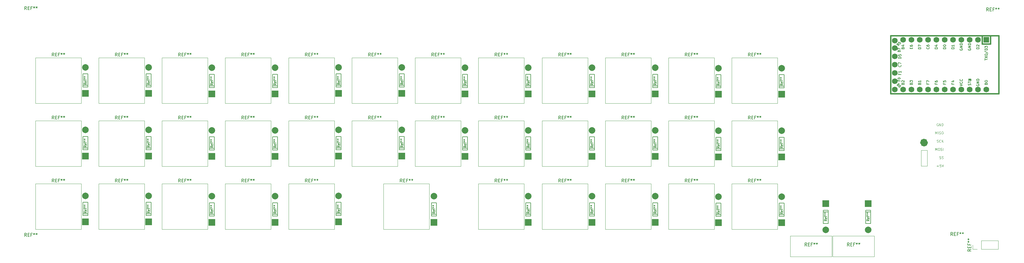
<source format=gbr>
G04 #@! TF.GenerationSoftware,KiCad,Pcbnew,(6.0.7)*
G04 #@! TF.CreationDate,2022-11-03T11:15:43-07:00*
G04 #@! TF.ProjectId,alpha29_pmw3360,616c7068-6132-4395-9f70-6d7733333630,rev?*
G04 #@! TF.SameCoordinates,Original*
G04 #@! TF.FileFunction,Legend,Top*
G04 #@! TF.FilePolarity,Positive*
%FSLAX46Y46*%
G04 Gerber Fmt 4.6, Leading zero omitted, Abs format (unit mm)*
G04 Created by KiCad (PCBNEW (6.0.7)) date 2022-11-03 11:15:43*
%MOMM*%
%LPD*%
G01*
G04 APERTURE LIST*
%ADD10C,0.120000*%
%ADD11C,1.193578*%
%ADD12C,0.100000*%
%ADD13C,0.150000*%
%ADD14C,0.381000*%
%ADD15R,2.000000X2.000000*%
%ADD16C,2.000000*%
%ADD17R,1.752600X1.752600*%
%ADD18C,1.752600*%
G04 APERTURE END LIST*
D10*
X340510000Y-144327000D02*
X342360000Y-144327000D01*
X342360000Y-144327000D02*
X342360000Y-149177000D01*
X342360000Y-149177000D02*
X340510000Y-149177000D01*
X340510000Y-149177000D02*
X340510000Y-144327000D01*
D11*
X341956789Y-141977000D02*
G75*
G03*
X341956789Y-141977000I-596789J0D01*
G01*
D12*
X346081428Y-146890571D02*
X346188571Y-146926285D01*
X346367142Y-146926285D01*
X346438571Y-146890571D01*
X346474285Y-146854857D01*
X346509999Y-146783428D01*
X346509999Y-146712000D01*
X346474285Y-146640571D01*
X346438571Y-146604857D01*
X346367142Y-146569142D01*
X346224285Y-146533428D01*
X346152857Y-146497714D01*
X346117142Y-146462000D01*
X346081428Y-146390571D01*
X346081428Y-146319142D01*
X346117142Y-146247714D01*
X346152857Y-146212000D01*
X346224285Y-146176285D01*
X346402857Y-146176285D01*
X346509999Y-146212000D01*
X346795714Y-146890571D02*
X346902857Y-146926285D01*
X347081428Y-146926285D01*
X347152857Y-146890571D01*
X347188571Y-146854857D01*
X347224285Y-146783428D01*
X347224285Y-146712000D01*
X347188571Y-146640571D01*
X347152857Y-146604857D01*
X347081428Y-146569142D01*
X346938571Y-146533428D01*
X346867142Y-146497714D01*
X346831428Y-146462000D01*
X346795714Y-146390571D01*
X346795714Y-146319142D01*
X346831428Y-146247714D01*
X346867142Y-146212000D01*
X346938571Y-146176285D01*
X347117142Y-146176285D01*
X347224285Y-146212000D01*
X345295714Y-141850571D02*
X345402857Y-141886285D01*
X345581428Y-141886285D01*
X345652857Y-141850571D01*
X345688571Y-141814857D01*
X345724285Y-141743428D01*
X345724285Y-141672000D01*
X345688571Y-141600571D01*
X345652857Y-141564857D01*
X345581428Y-141529142D01*
X345438571Y-141493428D01*
X345367142Y-141457714D01*
X345331428Y-141422000D01*
X345295714Y-141350571D01*
X345295714Y-141279142D01*
X345331428Y-141207714D01*
X345367142Y-141172000D01*
X345438571Y-141136285D01*
X345617142Y-141136285D01*
X345724285Y-141172000D01*
X346474285Y-141814857D02*
X346438571Y-141850571D01*
X346331428Y-141886285D01*
X346260000Y-141886285D01*
X346152857Y-141850571D01*
X346081428Y-141779142D01*
X346045714Y-141707714D01*
X346010000Y-141564857D01*
X346010000Y-141457714D01*
X346045714Y-141314857D01*
X346081428Y-141243428D01*
X346152857Y-141172000D01*
X346260000Y-141136285D01*
X346331428Y-141136285D01*
X346438571Y-141172000D01*
X346474285Y-141207714D01*
X346795714Y-141886285D02*
X346795714Y-141136285D01*
X347224285Y-141886285D02*
X346902857Y-141457714D01*
X347224285Y-141136285D02*
X346795714Y-141564857D01*
X345652857Y-136132000D02*
X345581428Y-136096285D01*
X345474286Y-136096285D01*
X345367143Y-136132000D01*
X345295714Y-136203428D01*
X345260000Y-136274857D01*
X345224286Y-136417714D01*
X345224286Y-136524857D01*
X345260000Y-136667714D01*
X345295714Y-136739142D01*
X345367143Y-136810571D01*
X345474286Y-136846285D01*
X345545714Y-136846285D01*
X345652857Y-136810571D01*
X345688571Y-136774857D01*
X345688571Y-136524857D01*
X345545714Y-136524857D01*
X346010000Y-136846285D02*
X346010000Y-136096285D01*
X346438571Y-136846285D01*
X346438571Y-136096285D01*
X346795714Y-136846285D02*
X346795714Y-136096285D01*
X346974286Y-136096285D01*
X347081428Y-136132000D01*
X347152857Y-136203428D01*
X347188571Y-136274857D01*
X347224286Y-136417714D01*
X347224286Y-136524857D01*
X347188571Y-136667714D01*
X347152857Y-136739142D01*
X347081428Y-136810571D01*
X346974286Y-136846285D01*
X346795714Y-136846285D01*
X344831428Y-139366285D02*
X344831428Y-138616285D01*
X345081428Y-139152000D01*
X345331428Y-138616285D01*
X345331428Y-139366285D01*
X345688571Y-139366285D02*
X345688571Y-138616285D01*
X346010000Y-139330571D02*
X346117142Y-139366285D01*
X346295714Y-139366285D01*
X346367142Y-139330571D01*
X346402857Y-139294857D01*
X346438571Y-139223428D01*
X346438571Y-139152000D01*
X346402857Y-139080571D01*
X346367142Y-139044857D01*
X346295714Y-139009142D01*
X346152857Y-138973428D01*
X346081428Y-138937714D01*
X346045714Y-138902000D01*
X346010000Y-138830571D01*
X346010000Y-138759142D01*
X346045714Y-138687714D01*
X346081428Y-138652000D01*
X346152857Y-138616285D01*
X346331428Y-138616285D01*
X346438571Y-138652000D01*
X346902857Y-138616285D02*
X347045714Y-138616285D01*
X347117142Y-138652000D01*
X347188571Y-138723428D01*
X347224285Y-138866285D01*
X347224285Y-139116285D01*
X347188571Y-139259142D01*
X347117142Y-139330571D01*
X347045714Y-139366285D01*
X346902857Y-139366285D01*
X346831428Y-139330571D01*
X346760000Y-139259142D01*
X346724285Y-139116285D01*
X346724285Y-138866285D01*
X346760000Y-138723428D01*
X346831428Y-138652000D01*
X346902857Y-138616285D01*
X344831428Y-144406285D02*
X344831428Y-143656285D01*
X345081428Y-144192000D01*
X345331428Y-143656285D01*
X345331428Y-144406285D01*
X345831428Y-143656285D02*
X345974285Y-143656285D01*
X346045714Y-143692000D01*
X346117142Y-143763428D01*
X346152857Y-143906285D01*
X346152857Y-144156285D01*
X346117142Y-144299142D01*
X346045714Y-144370571D01*
X345974285Y-144406285D01*
X345831428Y-144406285D01*
X345760000Y-144370571D01*
X345688571Y-144299142D01*
X345652857Y-144156285D01*
X345652857Y-143906285D01*
X345688571Y-143763428D01*
X345760000Y-143692000D01*
X345831428Y-143656285D01*
X346438571Y-144370571D02*
X346545714Y-144406285D01*
X346724285Y-144406285D01*
X346795714Y-144370571D01*
X346831428Y-144334857D01*
X346867142Y-144263428D01*
X346867142Y-144192000D01*
X346831428Y-144120571D01*
X346795714Y-144084857D01*
X346724285Y-144049142D01*
X346581428Y-144013428D01*
X346510000Y-143977714D01*
X346474285Y-143942000D01*
X346438571Y-143870571D01*
X346438571Y-143799142D01*
X346474285Y-143727714D01*
X346510000Y-143692000D01*
X346581428Y-143656285D01*
X346760000Y-143656285D01*
X346867142Y-143692000D01*
X347188571Y-144406285D02*
X347188571Y-143656285D01*
X345260000Y-149160571D02*
X345831428Y-149160571D01*
X345545714Y-149446285D02*
X345545714Y-148874857D01*
X346545714Y-148696285D02*
X346188571Y-148696285D01*
X346152857Y-149053428D01*
X346188571Y-149017714D01*
X346260000Y-148982000D01*
X346438571Y-148982000D01*
X346510000Y-149017714D01*
X346545714Y-149053428D01*
X346581428Y-149124857D01*
X346581428Y-149303428D01*
X346545714Y-149374857D01*
X346510000Y-149410571D01*
X346438571Y-149446285D01*
X346260000Y-149446285D01*
X346188571Y-149410571D01*
X346152857Y-149374857D01*
X346795714Y-148696285D02*
X347045714Y-149446285D01*
X347295714Y-148696285D01*
D13*
X259631904Y-143044666D02*
X259250952Y-143278000D01*
X259631904Y-143444666D02*
X258831904Y-143444666D01*
X258831904Y-143178000D01*
X258870000Y-143111333D01*
X258908095Y-143078000D01*
X258984285Y-143044666D01*
X259098571Y-143044666D01*
X259174761Y-143078000D01*
X259212857Y-143111333D01*
X259250952Y-143178000D01*
X259250952Y-143444666D01*
X259593809Y-142478000D02*
X259631904Y-142544666D01*
X259631904Y-142678000D01*
X259593809Y-142744666D01*
X259517619Y-142778000D01*
X259212857Y-142778000D01*
X259136666Y-142744666D01*
X259098571Y-142678000D01*
X259098571Y-142544666D01*
X259136666Y-142478000D01*
X259212857Y-142444666D01*
X259289047Y-142444666D01*
X259365238Y-142778000D01*
X259098571Y-142244666D02*
X259098571Y-141978000D01*
X259631904Y-142144666D02*
X258946190Y-142144666D01*
X258870000Y-142111333D01*
X258831904Y-142044666D01*
X258831904Y-141978000D01*
X258831904Y-141644666D02*
X259022380Y-141644666D01*
X258946190Y-141811333D02*
X259022380Y-141644666D01*
X258946190Y-141478000D01*
X259174761Y-141744666D02*
X259022380Y-141644666D01*
X259174761Y-141544666D01*
X258831904Y-141111333D02*
X259022380Y-141111333D01*
X258946190Y-141278000D02*
X259022380Y-141111333D01*
X258946190Y-140944666D01*
X259174761Y-141211333D02*
X259022380Y-141111333D01*
X259174761Y-141011333D01*
X133603666Y-154110380D02*
X133270333Y-153634190D01*
X133032238Y-154110380D02*
X133032238Y-153110380D01*
X133413190Y-153110380D01*
X133508428Y-153158000D01*
X133556047Y-153205619D01*
X133603666Y-153300857D01*
X133603666Y-153443714D01*
X133556047Y-153538952D01*
X133508428Y-153586571D01*
X133413190Y-153634190D01*
X133032238Y-153634190D01*
X134032238Y-153586571D02*
X134365571Y-153586571D01*
X134508428Y-154110380D02*
X134032238Y-154110380D01*
X134032238Y-153110380D01*
X134508428Y-153110380D01*
X135270333Y-153586571D02*
X134937000Y-153586571D01*
X134937000Y-154110380D02*
X134937000Y-153110380D01*
X135413190Y-153110380D01*
X135937000Y-153110380D02*
X135937000Y-153348476D01*
X135698904Y-153253238D02*
X135937000Y-153348476D01*
X136175095Y-153253238D01*
X135794142Y-153538952D02*
X135937000Y-153348476D01*
X136079857Y-153538952D01*
X136698904Y-153110380D02*
X136698904Y-153348476D01*
X136460809Y-153253238D02*
X136698904Y-153348476D01*
X136937000Y-153253238D01*
X136556047Y-153538952D02*
X136698904Y-153348476D01*
X136841761Y-153538952D01*
X240327904Y-123867666D02*
X239946952Y-124101000D01*
X240327904Y-124267666D02*
X239527904Y-124267666D01*
X239527904Y-124001000D01*
X239566000Y-123934333D01*
X239604095Y-123901000D01*
X239680285Y-123867666D01*
X239794571Y-123867666D01*
X239870761Y-123901000D01*
X239908857Y-123934333D01*
X239946952Y-124001000D01*
X239946952Y-124267666D01*
X240289809Y-123301000D02*
X240327904Y-123367666D01*
X240327904Y-123501000D01*
X240289809Y-123567666D01*
X240213619Y-123601000D01*
X239908857Y-123601000D01*
X239832666Y-123567666D01*
X239794571Y-123501000D01*
X239794571Y-123367666D01*
X239832666Y-123301000D01*
X239908857Y-123267666D01*
X239985047Y-123267666D01*
X240061238Y-123601000D01*
X239794571Y-123067666D02*
X239794571Y-122801000D01*
X240327904Y-122967666D02*
X239642190Y-122967666D01*
X239566000Y-122934333D01*
X239527904Y-122867666D01*
X239527904Y-122801000D01*
X239527904Y-122467666D02*
X239718380Y-122467666D01*
X239642190Y-122634333D02*
X239718380Y-122467666D01*
X239642190Y-122301000D01*
X239870761Y-122567666D02*
X239718380Y-122467666D01*
X239870761Y-122367666D01*
X239527904Y-121934333D02*
X239718380Y-121934333D01*
X239642190Y-122101000D02*
X239718380Y-121934333D01*
X239642190Y-121767666D01*
X239870761Y-122034333D02*
X239718380Y-121934333D01*
X239870761Y-121834333D01*
X191642666Y-134806380D02*
X191309333Y-134330190D01*
X191071238Y-134806380D02*
X191071238Y-133806380D01*
X191452190Y-133806380D01*
X191547428Y-133854000D01*
X191595047Y-133901619D01*
X191642666Y-133996857D01*
X191642666Y-134139714D01*
X191595047Y-134234952D01*
X191547428Y-134282571D01*
X191452190Y-134330190D01*
X191071238Y-134330190D01*
X192071238Y-134282571D02*
X192404571Y-134282571D01*
X192547428Y-134806380D02*
X192071238Y-134806380D01*
X192071238Y-133806380D01*
X192547428Y-133806380D01*
X193309333Y-134282571D02*
X192976000Y-134282571D01*
X192976000Y-134806380D02*
X192976000Y-133806380D01*
X193452190Y-133806380D01*
X193976000Y-133806380D02*
X193976000Y-134044476D01*
X193737904Y-133949238D02*
X193976000Y-134044476D01*
X194214095Y-133949238D01*
X193833142Y-134234952D02*
X193976000Y-134044476D01*
X194118857Y-134234952D01*
X194737904Y-133806380D02*
X194737904Y-134044476D01*
X194499809Y-133949238D02*
X194737904Y-134044476D01*
X194976000Y-133949238D01*
X194595047Y-134234952D02*
X194737904Y-134044476D01*
X194880761Y-134234952D01*
X75691666Y-134806380D02*
X75358333Y-134330190D01*
X75120238Y-134806380D02*
X75120238Y-133806380D01*
X75501190Y-133806380D01*
X75596428Y-133854000D01*
X75644047Y-133901619D01*
X75691666Y-133996857D01*
X75691666Y-134139714D01*
X75644047Y-134234952D01*
X75596428Y-134282571D01*
X75501190Y-134330190D01*
X75120238Y-134330190D01*
X76120238Y-134282571D02*
X76453571Y-134282571D01*
X76596428Y-134806380D02*
X76120238Y-134806380D01*
X76120238Y-133806380D01*
X76596428Y-133806380D01*
X77358333Y-134282571D02*
X77025000Y-134282571D01*
X77025000Y-134806380D02*
X77025000Y-133806380D01*
X77501190Y-133806380D01*
X78025000Y-133806380D02*
X78025000Y-134044476D01*
X77786904Y-133949238D02*
X78025000Y-134044476D01*
X78263095Y-133949238D01*
X77882142Y-134234952D02*
X78025000Y-134044476D01*
X78167857Y-134234952D01*
X78786904Y-133806380D02*
X78786904Y-134044476D01*
X78548809Y-133949238D02*
X78786904Y-134044476D01*
X79025000Y-133949238D01*
X78644047Y-134234952D02*
X78786904Y-134044476D01*
X78929761Y-134234952D01*
X172338666Y-134806380D02*
X172005333Y-134330190D01*
X171767238Y-134806380D02*
X171767238Y-133806380D01*
X172148190Y-133806380D01*
X172243428Y-133854000D01*
X172291047Y-133901619D01*
X172338666Y-133996857D01*
X172338666Y-134139714D01*
X172291047Y-134234952D01*
X172243428Y-134282571D01*
X172148190Y-134330190D01*
X171767238Y-134330190D01*
X172767238Y-134282571D02*
X173100571Y-134282571D01*
X173243428Y-134806380D02*
X172767238Y-134806380D01*
X172767238Y-133806380D01*
X173243428Y-133806380D01*
X174005333Y-134282571D02*
X173672000Y-134282571D01*
X173672000Y-134806380D02*
X173672000Y-133806380D01*
X174148190Y-133806380D01*
X174672000Y-133806380D02*
X174672000Y-134044476D01*
X174433904Y-133949238D02*
X174672000Y-134044476D01*
X174910095Y-133949238D01*
X174529142Y-134234952D02*
X174672000Y-134044476D01*
X174814857Y-134234952D01*
X175433904Y-133806380D02*
X175433904Y-134044476D01*
X175195809Y-133949238D02*
X175433904Y-134044476D01*
X175672000Y-133949238D01*
X175291047Y-134234952D02*
X175433904Y-134044476D01*
X175576761Y-134234952D01*
X278935904Y-123994666D02*
X278554952Y-124228000D01*
X278935904Y-124394666D02*
X278135904Y-124394666D01*
X278135904Y-124128000D01*
X278174000Y-124061333D01*
X278212095Y-124028000D01*
X278288285Y-123994666D01*
X278402571Y-123994666D01*
X278478761Y-124028000D01*
X278516857Y-124061333D01*
X278554952Y-124128000D01*
X278554952Y-124394666D01*
X278897809Y-123428000D02*
X278935904Y-123494666D01*
X278935904Y-123628000D01*
X278897809Y-123694666D01*
X278821619Y-123728000D01*
X278516857Y-123728000D01*
X278440666Y-123694666D01*
X278402571Y-123628000D01*
X278402571Y-123494666D01*
X278440666Y-123428000D01*
X278516857Y-123394666D01*
X278593047Y-123394666D01*
X278669238Y-123728000D01*
X278402571Y-123194666D02*
X278402571Y-122928000D01*
X278935904Y-123094666D02*
X278250190Y-123094666D01*
X278174000Y-123061333D01*
X278135904Y-122994666D01*
X278135904Y-122928000D01*
X278135904Y-122594666D02*
X278326380Y-122594666D01*
X278250190Y-122761333D02*
X278326380Y-122594666D01*
X278250190Y-122428000D01*
X278478761Y-122694666D02*
X278326380Y-122594666D01*
X278478761Y-122494666D01*
X278135904Y-122061333D02*
X278326380Y-122061333D01*
X278250190Y-122228000D02*
X278326380Y-122061333D01*
X278250190Y-121894666D01*
X278478761Y-122161333D02*
X278326380Y-122061333D01*
X278478761Y-121961333D01*
X104945904Y-123740666D02*
X104564952Y-123974000D01*
X104945904Y-124140666D02*
X104145904Y-124140666D01*
X104145904Y-123874000D01*
X104184000Y-123807333D01*
X104222095Y-123774000D01*
X104298285Y-123740666D01*
X104412571Y-123740666D01*
X104488761Y-123774000D01*
X104526857Y-123807333D01*
X104564952Y-123874000D01*
X104564952Y-124140666D01*
X104907809Y-123174000D02*
X104945904Y-123240666D01*
X104945904Y-123374000D01*
X104907809Y-123440666D01*
X104831619Y-123474000D01*
X104526857Y-123474000D01*
X104450666Y-123440666D01*
X104412571Y-123374000D01*
X104412571Y-123240666D01*
X104450666Y-123174000D01*
X104526857Y-123140666D01*
X104603047Y-123140666D01*
X104679238Y-123474000D01*
X104412571Y-122940666D02*
X104412571Y-122674000D01*
X104945904Y-122840666D02*
X104260190Y-122840666D01*
X104184000Y-122807333D01*
X104145904Y-122740666D01*
X104145904Y-122674000D01*
X104145904Y-122340666D02*
X104336380Y-122340666D01*
X104260190Y-122507333D02*
X104336380Y-122340666D01*
X104260190Y-122174000D01*
X104488761Y-122440666D02*
X104336380Y-122340666D01*
X104488761Y-122240666D01*
X104145904Y-121807333D02*
X104336380Y-121807333D01*
X104260190Y-121974000D02*
X104336380Y-121807333D01*
X104260190Y-121640666D01*
X104488761Y-121907333D02*
X104336380Y-121807333D01*
X104488761Y-121707333D01*
X182288904Y-123740666D02*
X181907952Y-123974000D01*
X182288904Y-124140666D02*
X181488904Y-124140666D01*
X181488904Y-123874000D01*
X181527000Y-123807333D01*
X181565095Y-123774000D01*
X181641285Y-123740666D01*
X181755571Y-123740666D01*
X181831761Y-123774000D01*
X181869857Y-123807333D01*
X181907952Y-123874000D01*
X181907952Y-124140666D01*
X182250809Y-123174000D02*
X182288904Y-123240666D01*
X182288904Y-123374000D01*
X182250809Y-123440666D01*
X182174619Y-123474000D01*
X181869857Y-123474000D01*
X181793666Y-123440666D01*
X181755571Y-123374000D01*
X181755571Y-123240666D01*
X181793666Y-123174000D01*
X181869857Y-123140666D01*
X181946047Y-123140666D01*
X182022238Y-123474000D01*
X181755571Y-122940666D02*
X181755571Y-122674000D01*
X182288904Y-122840666D02*
X181603190Y-122840666D01*
X181527000Y-122807333D01*
X181488904Y-122740666D01*
X181488904Y-122674000D01*
X181488904Y-122340666D02*
X181679380Y-122340666D01*
X181603190Y-122507333D02*
X181679380Y-122340666D01*
X181603190Y-122174000D01*
X181831761Y-122440666D02*
X181679380Y-122340666D01*
X181831761Y-122240666D01*
X181488904Y-121807333D02*
X181679380Y-121807333D01*
X181603190Y-121974000D02*
X181679380Y-121807333D01*
X181603190Y-121640666D01*
X181831761Y-121907333D02*
X181679380Y-121807333D01*
X181831761Y-121707333D01*
X114299666Y-134806380D02*
X113966333Y-134330190D01*
X113728238Y-134806380D02*
X113728238Y-133806380D01*
X114109190Y-133806380D01*
X114204428Y-133854000D01*
X114252047Y-133901619D01*
X114299666Y-133996857D01*
X114299666Y-134139714D01*
X114252047Y-134234952D01*
X114204428Y-134282571D01*
X114109190Y-134330190D01*
X113728238Y-134330190D01*
X114728238Y-134282571D02*
X115061571Y-134282571D01*
X115204428Y-134806380D02*
X114728238Y-134806380D01*
X114728238Y-133806380D01*
X115204428Y-133806380D01*
X115966333Y-134282571D02*
X115633000Y-134282571D01*
X115633000Y-134806380D02*
X115633000Y-133806380D01*
X116109190Y-133806380D01*
X116633000Y-133806380D02*
X116633000Y-134044476D01*
X116394904Y-133949238D02*
X116633000Y-134044476D01*
X116871095Y-133949238D01*
X116490142Y-134234952D02*
X116633000Y-134044476D01*
X116775857Y-134234952D01*
X117394904Y-133806380D02*
X117394904Y-134044476D01*
X117156809Y-133949238D02*
X117394904Y-134044476D01*
X117633000Y-133949238D01*
X117252047Y-134234952D02*
X117394904Y-134044476D01*
X117537761Y-134234952D01*
X240327904Y-163237666D02*
X239946952Y-163471000D01*
X240327904Y-163637666D02*
X239527904Y-163637666D01*
X239527904Y-163371000D01*
X239566000Y-163304333D01*
X239604095Y-163271000D01*
X239680285Y-163237666D01*
X239794571Y-163237666D01*
X239870761Y-163271000D01*
X239908857Y-163304333D01*
X239946952Y-163371000D01*
X239946952Y-163637666D01*
X240289809Y-162671000D02*
X240327904Y-162737666D01*
X240327904Y-162871000D01*
X240289809Y-162937666D01*
X240213619Y-162971000D01*
X239908857Y-162971000D01*
X239832666Y-162937666D01*
X239794571Y-162871000D01*
X239794571Y-162737666D01*
X239832666Y-162671000D01*
X239908857Y-162637666D01*
X239985047Y-162637666D01*
X240061238Y-162971000D01*
X239794571Y-162437666D02*
X239794571Y-162171000D01*
X240327904Y-162337666D02*
X239642190Y-162337666D01*
X239566000Y-162304333D01*
X239527904Y-162237666D01*
X239527904Y-162171000D01*
X239527904Y-161837666D02*
X239718380Y-161837666D01*
X239642190Y-162004333D02*
X239718380Y-161837666D01*
X239642190Y-161671000D01*
X239870761Y-161937666D02*
X239718380Y-161837666D01*
X239870761Y-161737666D01*
X239527904Y-161304333D02*
X239718380Y-161304333D01*
X239642190Y-161471000D02*
X239718380Y-161304333D01*
X239642190Y-161137666D01*
X239870761Y-161404333D02*
X239718380Y-161304333D01*
X239870761Y-161204333D01*
X162984904Y-163110666D02*
X162603952Y-163344000D01*
X162984904Y-163510666D02*
X162184904Y-163510666D01*
X162184904Y-163244000D01*
X162223000Y-163177333D01*
X162261095Y-163144000D01*
X162337285Y-163110666D01*
X162451571Y-163110666D01*
X162527761Y-163144000D01*
X162565857Y-163177333D01*
X162603952Y-163244000D01*
X162603952Y-163510666D01*
X162946809Y-162544000D02*
X162984904Y-162610666D01*
X162984904Y-162744000D01*
X162946809Y-162810666D01*
X162870619Y-162844000D01*
X162565857Y-162844000D01*
X162489666Y-162810666D01*
X162451571Y-162744000D01*
X162451571Y-162610666D01*
X162489666Y-162544000D01*
X162565857Y-162510666D01*
X162642047Y-162510666D01*
X162718238Y-162844000D01*
X162451571Y-162310666D02*
X162451571Y-162044000D01*
X162984904Y-162210666D02*
X162299190Y-162210666D01*
X162223000Y-162177333D01*
X162184904Y-162110666D01*
X162184904Y-162044000D01*
X162184904Y-161710666D02*
X162375380Y-161710666D01*
X162299190Y-161877333D02*
X162375380Y-161710666D01*
X162299190Y-161544000D01*
X162527761Y-161810666D02*
X162375380Y-161710666D01*
X162527761Y-161610666D01*
X162184904Y-161177333D02*
X162375380Y-161177333D01*
X162299190Y-161344000D02*
X162375380Y-161177333D01*
X162299190Y-161010666D01*
X162527761Y-161277333D02*
X162375380Y-161177333D01*
X162527761Y-161077333D01*
X75691666Y-154110380D02*
X75358333Y-153634190D01*
X75120238Y-154110380D02*
X75120238Y-153110380D01*
X75501190Y-153110380D01*
X75596428Y-153158000D01*
X75644047Y-153205619D01*
X75691666Y-153300857D01*
X75691666Y-153443714D01*
X75644047Y-153538952D01*
X75596428Y-153586571D01*
X75501190Y-153634190D01*
X75120238Y-153634190D01*
X76120238Y-153586571D02*
X76453571Y-153586571D01*
X76596428Y-154110380D02*
X76120238Y-154110380D01*
X76120238Y-153110380D01*
X76596428Y-153110380D01*
X77358333Y-153586571D02*
X77025000Y-153586571D01*
X77025000Y-154110380D02*
X77025000Y-153110380D01*
X77501190Y-153110380D01*
X78025000Y-153110380D02*
X78025000Y-153348476D01*
X77786904Y-153253238D02*
X78025000Y-153348476D01*
X78263095Y-153253238D01*
X77882142Y-153538952D02*
X78025000Y-153348476D01*
X78167857Y-153538952D01*
X78786904Y-153110380D02*
X78786904Y-153348476D01*
X78548809Y-153253238D02*
X78786904Y-153348476D01*
X79025000Y-153253238D01*
X78644047Y-153538952D02*
X78786904Y-153348476D01*
X78929761Y-153538952D01*
X249681666Y-154110380D02*
X249348333Y-153634190D01*
X249110238Y-154110380D02*
X249110238Y-153110380D01*
X249491190Y-153110380D01*
X249586428Y-153158000D01*
X249634047Y-153205619D01*
X249681666Y-153300857D01*
X249681666Y-153443714D01*
X249634047Y-153538952D01*
X249586428Y-153586571D01*
X249491190Y-153634190D01*
X249110238Y-153634190D01*
X250110238Y-153586571D02*
X250443571Y-153586571D01*
X250586428Y-154110380D02*
X250110238Y-154110380D01*
X250110238Y-153110380D01*
X250586428Y-153110380D01*
X251348333Y-153586571D02*
X251015000Y-153586571D01*
X251015000Y-154110380D02*
X251015000Y-153110380D01*
X251491190Y-153110380D01*
X252015000Y-153110380D02*
X252015000Y-153348476D01*
X251776904Y-153253238D02*
X252015000Y-153348476D01*
X252253095Y-153253238D01*
X251872142Y-153538952D02*
X252015000Y-153348476D01*
X252157857Y-153538952D01*
X252776904Y-153110380D02*
X252776904Y-153348476D01*
X252538809Y-153253238D02*
X252776904Y-153348476D01*
X253015000Y-153253238D01*
X252634047Y-153538952D02*
X252776904Y-153348476D01*
X252919761Y-153538952D01*
X143553904Y-143044666D02*
X143172952Y-143278000D01*
X143553904Y-143444666D02*
X142753904Y-143444666D01*
X142753904Y-143178000D01*
X142792000Y-143111333D01*
X142830095Y-143078000D01*
X142906285Y-143044666D01*
X143020571Y-143044666D01*
X143096761Y-143078000D01*
X143134857Y-143111333D01*
X143172952Y-143178000D01*
X143172952Y-143444666D01*
X143515809Y-142478000D02*
X143553904Y-142544666D01*
X143553904Y-142678000D01*
X143515809Y-142744666D01*
X143439619Y-142778000D01*
X143134857Y-142778000D01*
X143058666Y-142744666D01*
X143020571Y-142678000D01*
X143020571Y-142544666D01*
X143058666Y-142478000D01*
X143134857Y-142444666D01*
X143211047Y-142444666D01*
X143287238Y-142778000D01*
X143020571Y-142244666D02*
X143020571Y-141978000D01*
X143553904Y-142144666D02*
X142868190Y-142144666D01*
X142792000Y-142111333D01*
X142753904Y-142044666D01*
X142753904Y-141978000D01*
X142753904Y-141644666D02*
X142944380Y-141644666D01*
X142868190Y-141811333D02*
X142944380Y-141644666D01*
X142868190Y-141478000D01*
X143096761Y-141744666D02*
X142944380Y-141644666D01*
X143096761Y-141544666D01*
X142753904Y-141111333D02*
X142944380Y-141111333D01*
X142868190Y-141278000D02*
X142944380Y-141111333D01*
X142868190Y-140944666D01*
X143096761Y-141211333D02*
X142944380Y-141111333D01*
X143096761Y-141011333D01*
X288289666Y-115502380D02*
X287956333Y-115026190D01*
X287718238Y-115502380D02*
X287718238Y-114502380D01*
X288099190Y-114502380D01*
X288194428Y-114550000D01*
X288242047Y-114597619D01*
X288289666Y-114692857D01*
X288289666Y-114835714D01*
X288242047Y-114930952D01*
X288194428Y-114978571D01*
X288099190Y-115026190D01*
X287718238Y-115026190D01*
X288718238Y-114978571D02*
X289051571Y-114978571D01*
X289194428Y-115502380D02*
X288718238Y-115502380D01*
X288718238Y-114502380D01*
X289194428Y-114502380D01*
X289956333Y-114978571D02*
X289623000Y-114978571D01*
X289623000Y-115502380D02*
X289623000Y-114502380D01*
X290099190Y-114502380D01*
X290623000Y-114502380D02*
X290623000Y-114740476D01*
X290384904Y-114645238D02*
X290623000Y-114740476D01*
X290861095Y-114645238D01*
X290480142Y-114930952D02*
X290623000Y-114740476D01*
X290765857Y-114930952D01*
X291384904Y-114502380D02*
X291384904Y-114740476D01*
X291146809Y-114645238D02*
X291384904Y-114740476D01*
X291623000Y-114645238D01*
X291242047Y-114930952D02*
X291384904Y-114740476D01*
X291527761Y-114930952D01*
X318515666Y-173676380D02*
X318182333Y-173200190D01*
X317944238Y-173676380D02*
X317944238Y-172676380D01*
X318325190Y-172676380D01*
X318420428Y-172724000D01*
X318468047Y-172771619D01*
X318515666Y-172866857D01*
X318515666Y-173009714D01*
X318468047Y-173104952D01*
X318420428Y-173152571D01*
X318325190Y-173200190D01*
X317944238Y-173200190D01*
X318944238Y-173152571D02*
X319277571Y-173152571D01*
X319420428Y-173676380D02*
X318944238Y-173676380D01*
X318944238Y-172676380D01*
X319420428Y-172676380D01*
X320182333Y-173152571D02*
X319849000Y-173152571D01*
X319849000Y-173676380D02*
X319849000Y-172676380D01*
X320325190Y-172676380D01*
X320849000Y-172676380D02*
X320849000Y-172914476D01*
X320610904Y-172819238D02*
X320849000Y-172914476D01*
X321087095Y-172819238D01*
X320706142Y-173104952D02*
X320849000Y-172914476D01*
X320991857Y-173104952D01*
X321610904Y-172676380D02*
X321610904Y-172914476D01*
X321372809Y-172819238D02*
X321610904Y-172914476D01*
X321849000Y-172819238D01*
X321468047Y-173104952D02*
X321610904Y-172914476D01*
X321753761Y-173104952D01*
X259631904Y-123867666D02*
X259250952Y-124101000D01*
X259631904Y-124267666D02*
X258831904Y-124267666D01*
X258831904Y-124001000D01*
X258870000Y-123934333D01*
X258908095Y-123901000D01*
X258984285Y-123867666D01*
X259098571Y-123867666D01*
X259174761Y-123901000D01*
X259212857Y-123934333D01*
X259250952Y-124001000D01*
X259250952Y-124267666D01*
X259593809Y-123301000D02*
X259631904Y-123367666D01*
X259631904Y-123501000D01*
X259593809Y-123567666D01*
X259517619Y-123601000D01*
X259212857Y-123601000D01*
X259136666Y-123567666D01*
X259098571Y-123501000D01*
X259098571Y-123367666D01*
X259136666Y-123301000D01*
X259212857Y-123267666D01*
X259289047Y-123267666D01*
X259365238Y-123601000D01*
X259098571Y-123067666D02*
X259098571Y-122801000D01*
X259631904Y-122967666D02*
X258946190Y-122967666D01*
X258870000Y-122934333D01*
X258831904Y-122867666D01*
X258831904Y-122801000D01*
X258831904Y-122467666D02*
X259022380Y-122467666D01*
X258946190Y-122634333D02*
X259022380Y-122467666D01*
X258946190Y-122301000D01*
X259174761Y-122567666D02*
X259022380Y-122467666D01*
X259174761Y-122367666D01*
X258831904Y-121934333D02*
X259022380Y-121934333D01*
X258946190Y-122101000D02*
X259022380Y-121934333D01*
X258946190Y-121767666D01*
X259174761Y-122034333D02*
X259022380Y-121934333D01*
X259174761Y-121834333D01*
X259631904Y-163237666D02*
X259250952Y-163471000D01*
X259631904Y-163637666D02*
X258831904Y-163637666D01*
X258831904Y-163371000D01*
X258870000Y-163304333D01*
X258908095Y-163271000D01*
X258984285Y-163237666D01*
X259098571Y-163237666D01*
X259174761Y-163271000D01*
X259212857Y-163304333D01*
X259250952Y-163371000D01*
X259250952Y-163637666D01*
X259593809Y-162671000D02*
X259631904Y-162737666D01*
X259631904Y-162871000D01*
X259593809Y-162937666D01*
X259517619Y-162971000D01*
X259212857Y-162971000D01*
X259136666Y-162937666D01*
X259098571Y-162871000D01*
X259098571Y-162737666D01*
X259136666Y-162671000D01*
X259212857Y-162637666D01*
X259289047Y-162637666D01*
X259365238Y-162971000D01*
X259098571Y-162437666D02*
X259098571Y-162171000D01*
X259631904Y-162337666D02*
X258946190Y-162337666D01*
X258870000Y-162304333D01*
X258831904Y-162237666D01*
X258831904Y-162171000D01*
X258831904Y-161837666D02*
X259022380Y-161837666D01*
X258946190Y-162004333D02*
X259022380Y-161837666D01*
X258946190Y-161671000D01*
X259174761Y-161937666D02*
X259022380Y-161837666D01*
X259174761Y-161737666D01*
X258831904Y-161304333D02*
X259022380Y-161304333D01*
X258946190Y-161471000D02*
X259022380Y-161304333D01*
X258946190Y-161137666D01*
X259174761Y-161404333D02*
X259022380Y-161304333D01*
X259174761Y-161204333D01*
X210946666Y-154110380D02*
X210613333Y-153634190D01*
X210375238Y-154110380D02*
X210375238Y-153110380D01*
X210756190Y-153110380D01*
X210851428Y-153158000D01*
X210899047Y-153205619D01*
X210946666Y-153300857D01*
X210946666Y-153443714D01*
X210899047Y-153538952D01*
X210851428Y-153586571D01*
X210756190Y-153634190D01*
X210375238Y-153634190D01*
X211375238Y-153586571D02*
X211708571Y-153586571D01*
X211851428Y-154110380D02*
X211375238Y-154110380D01*
X211375238Y-153110380D01*
X211851428Y-153110380D01*
X212613333Y-153586571D02*
X212280000Y-153586571D01*
X212280000Y-154110380D02*
X212280000Y-153110380D01*
X212756190Y-153110380D01*
X213280000Y-153110380D02*
X213280000Y-153348476D01*
X213041904Y-153253238D02*
X213280000Y-153348476D01*
X213518095Y-153253238D01*
X213137142Y-153538952D02*
X213280000Y-153348476D01*
X213422857Y-153538952D01*
X214041904Y-153110380D02*
X214041904Y-153348476D01*
X213803809Y-153253238D02*
X214041904Y-153348476D01*
X214280000Y-153253238D01*
X213899047Y-153538952D02*
X214041904Y-153348476D01*
X214184761Y-153538952D01*
X230377666Y-115502380D02*
X230044333Y-115026190D01*
X229806238Y-115502380D02*
X229806238Y-114502380D01*
X230187190Y-114502380D01*
X230282428Y-114550000D01*
X230330047Y-114597619D01*
X230377666Y-114692857D01*
X230377666Y-114835714D01*
X230330047Y-114930952D01*
X230282428Y-114978571D01*
X230187190Y-115026190D01*
X229806238Y-115026190D01*
X230806238Y-114978571D02*
X231139571Y-114978571D01*
X231282428Y-115502380D02*
X230806238Y-115502380D01*
X230806238Y-114502380D01*
X231282428Y-114502380D01*
X232044333Y-114978571D02*
X231711000Y-114978571D01*
X231711000Y-115502380D02*
X231711000Y-114502380D01*
X232187190Y-114502380D01*
X232711000Y-114502380D02*
X232711000Y-114740476D01*
X232472904Y-114645238D02*
X232711000Y-114740476D01*
X232949095Y-114645238D01*
X232568142Y-114930952D02*
X232711000Y-114740476D01*
X232853857Y-114930952D01*
X233472904Y-114502380D02*
X233472904Y-114740476D01*
X233234809Y-114645238D02*
X233472904Y-114740476D01*
X233711000Y-114645238D01*
X233330047Y-114930952D02*
X233472904Y-114740476D01*
X233615761Y-114930952D01*
X75691666Y-115502380D02*
X75358333Y-115026190D01*
X75120238Y-115502380D02*
X75120238Y-114502380D01*
X75501190Y-114502380D01*
X75596428Y-114550000D01*
X75644047Y-114597619D01*
X75691666Y-114692857D01*
X75691666Y-114835714D01*
X75644047Y-114930952D01*
X75596428Y-114978571D01*
X75501190Y-115026190D01*
X75120238Y-115026190D01*
X76120238Y-114978571D02*
X76453571Y-114978571D01*
X76596428Y-115502380D02*
X76120238Y-115502380D01*
X76120238Y-114502380D01*
X76596428Y-114502380D01*
X77358333Y-114978571D02*
X77025000Y-114978571D01*
X77025000Y-115502380D02*
X77025000Y-114502380D01*
X77501190Y-114502380D01*
X78025000Y-114502380D02*
X78025000Y-114740476D01*
X77786904Y-114645238D02*
X78025000Y-114740476D01*
X78263095Y-114645238D01*
X77882142Y-114930952D02*
X78025000Y-114740476D01*
X78167857Y-114930952D01*
X78786904Y-114502380D02*
X78786904Y-114740476D01*
X78548809Y-114645238D02*
X78786904Y-114740476D01*
X79025000Y-114645238D01*
X78644047Y-114930952D02*
X78786904Y-114740476D01*
X78929761Y-114930952D01*
X94995666Y-115502380D02*
X94662333Y-115026190D01*
X94424238Y-115502380D02*
X94424238Y-114502380D01*
X94805190Y-114502380D01*
X94900428Y-114550000D01*
X94948047Y-114597619D01*
X94995666Y-114692857D01*
X94995666Y-114835714D01*
X94948047Y-114930952D01*
X94900428Y-114978571D01*
X94805190Y-115026190D01*
X94424238Y-115026190D01*
X95424238Y-114978571D02*
X95757571Y-114978571D01*
X95900428Y-115502380D02*
X95424238Y-115502380D01*
X95424238Y-114502380D01*
X95900428Y-114502380D01*
X96662333Y-114978571D02*
X96329000Y-114978571D01*
X96329000Y-115502380D02*
X96329000Y-114502380D01*
X96805190Y-114502380D01*
X97329000Y-114502380D02*
X97329000Y-114740476D01*
X97090904Y-114645238D02*
X97329000Y-114740476D01*
X97567095Y-114645238D01*
X97186142Y-114930952D02*
X97329000Y-114740476D01*
X97471857Y-114930952D01*
X98090904Y-114502380D02*
X98090904Y-114740476D01*
X97852809Y-114645238D02*
X98090904Y-114740476D01*
X98329000Y-114645238D01*
X97948047Y-114930952D02*
X98090904Y-114740476D01*
X98233761Y-114930952D01*
X67309666Y-101269380D02*
X66976333Y-100793190D01*
X66738238Y-101269380D02*
X66738238Y-100269380D01*
X67119190Y-100269380D01*
X67214428Y-100317000D01*
X67262047Y-100364619D01*
X67309666Y-100459857D01*
X67309666Y-100602714D01*
X67262047Y-100697952D01*
X67214428Y-100745571D01*
X67119190Y-100793190D01*
X66738238Y-100793190D01*
X67738238Y-100745571D02*
X68071571Y-100745571D01*
X68214428Y-101269380D02*
X67738238Y-101269380D01*
X67738238Y-100269380D01*
X68214428Y-100269380D01*
X68976333Y-100745571D02*
X68643000Y-100745571D01*
X68643000Y-101269380D02*
X68643000Y-100269380D01*
X69119190Y-100269380D01*
X69643000Y-100269380D02*
X69643000Y-100507476D01*
X69404904Y-100412238D02*
X69643000Y-100507476D01*
X69881095Y-100412238D01*
X69500142Y-100697952D02*
X69643000Y-100507476D01*
X69785857Y-100697952D01*
X70404904Y-100269380D02*
X70404904Y-100507476D01*
X70166809Y-100412238D02*
X70404904Y-100507476D01*
X70643000Y-100412238D01*
X70262047Y-100697952D02*
X70404904Y-100507476D01*
X70547761Y-100697952D01*
X220896904Y-163237666D02*
X220515952Y-163471000D01*
X220896904Y-163637666D02*
X220096904Y-163637666D01*
X220096904Y-163371000D01*
X220135000Y-163304333D01*
X220173095Y-163271000D01*
X220249285Y-163237666D01*
X220363571Y-163237666D01*
X220439761Y-163271000D01*
X220477857Y-163304333D01*
X220515952Y-163371000D01*
X220515952Y-163637666D01*
X220858809Y-162671000D02*
X220896904Y-162737666D01*
X220896904Y-162871000D01*
X220858809Y-162937666D01*
X220782619Y-162971000D01*
X220477857Y-162971000D01*
X220401666Y-162937666D01*
X220363571Y-162871000D01*
X220363571Y-162737666D01*
X220401666Y-162671000D01*
X220477857Y-162637666D01*
X220554047Y-162637666D01*
X220630238Y-162971000D01*
X220363571Y-162437666D02*
X220363571Y-162171000D01*
X220896904Y-162337666D02*
X220211190Y-162337666D01*
X220135000Y-162304333D01*
X220096904Y-162237666D01*
X220096904Y-162171000D01*
X220096904Y-161837666D02*
X220287380Y-161837666D01*
X220211190Y-162004333D02*
X220287380Y-161837666D01*
X220211190Y-161671000D01*
X220439761Y-161937666D02*
X220287380Y-161837666D01*
X220439761Y-161737666D01*
X220096904Y-161304333D02*
X220287380Y-161304333D01*
X220211190Y-161471000D02*
X220287380Y-161304333D01*
X220211190Y-161137666D01*
X220439761Y-161404333D02*
X220287380Y-161304333D01*
X220439761Y-161204333D01*
X191642666Y-115502380D02*
X191309333Y-115026190D01*
X191071238Y-115502380D02*
X191071238Y-114502380D01*
X191452190Y-114502380D01*
X191547428Y-114550000D01*
X191595047Y-114597619D01*
X191642666Y-114692857D01*
X191642666Y-114835714D01*
X191595047Y-114930952D01*
X191547428Y-114978571D01*
X191452190Y-115026190D01*
X191071238Y-115026190D01*
X192071238Y-114978571D02*
X192404571Y-114978571D01*
X192547428Y-115502380D02*
X192071238Y-115502380D01*
X192071238Y-114502380D01*
X192547428Y-114502380D01*
X193309333Y-114978571D02*
X192976000Y-114978571D01*
X192976000Y-115502380D02*
X192976000Y-114502380D01*
X193452190Y-114502380D01*
X193976000Y-114502380D02*
X193976000Y-114740476D01*
X193737904Y-114645238D02*
X193976000Y-114740476D01*
X194214095Y-114645238D01*
X193833142Y-114930952D02*
X193976000Y-114740476D01*
X194118857Y-114930952D01*
X194737904Y-114502380D02*
X194737904Y-114740476D01*
X194499809Y-114645238D02*
X194737904Y-114740476D01*
X194976000Y-114645238D01*
X194595047Y-114930952D02*
X194737904Y-114740476D01*
X194880761Y-114930952D01*
X230377666Y-154110380D02*
X230044333Y-153634190D01*
X229806238Y-154110380D02*
X229806238Y-153110380D01*
X230187190Y-153110380D01*
X230282428Y-153158000D01*
X230330047Y-153205619D01*
X230377666Y-153300857D01*
X230377666Y-153443714D01*
X230330047Y-153538952D01*
X230282428Y-153586571D01*
X230187190Y-153634190D01*
X229806238Y-153634190D01*
X230806238Y-153586571D02*
X231139571Y-153586571D01*
X231282428Y-154110380D02*
X230806238Y-154110380D01*
X230806238Y-153110380D01*
X231282428Y-153110380D01*
X232044333Y-153586571D02*
X231711000Y-153586571D01*
X231711000Y-154110380D02*
X231711000Y-153110380D01*
X232187190Y-153110380D01*
X232711000Y-153110380D02*
X232711000Y-153348476D01*
X232472904Y-153253238D02*
X232711000Y-153348476D01*
X232949095Y-153253238D01*
X232568142Y-153538952D02*
X232711000Y-153348476D01*
X232853857Y-153538952D01*
X233472904Y-153110380D02*
X233472904Y-153348476D01*
X233234809Y-153253238D02*
X233472904Y-153348476D01*
X233711000Y-153253238D01*
X233330047Y-153538952D02*
X233472904Y-153348476D01*
X233615761Y-153538952D01*
X143553904Y-123867666D02*
X143172952Y-124101000D01*
X143553904Y-124267666D02*
X142753904Y-124267666D01*
X142753904Y-124001000D01*
X142792000Y-123934333D01*
X142830095Y-123901000D01*
X142906285Y-123867666D01*
X143020571Y-123867666D01*
X143096761Y-123901000D01*
X143134857Y-123934333D01*
X143172952Y-124001000D01*
X143172952Y-124267666D01*
X143515809Y-123301000D02*
X143553904Y-123367666D01*
X143553904Y-123501000D01*
X143515809Y-123567666D01*
X143439619Y-123601000D01*
X143134857Y-123601000D01*
X143058666Y-123567666D01*
X143020571Y-123501000D01*
X143020571Y-123367666D01*
X143058666Y-123301000D01*
X143134857Y-123267666D01*
X143211047Y-123267666D01*
X143287238Y-123601000D01*
X143020571Y-123067666D02*
X143020571Y-122801000D01*
X143553904Y-122967666D02*
X142868190Y-122967666D01*
X142792000Y-122934333D01*
X142753904Y-122867666D01*
X142753904Y-122801000D01*
X142753904Y-122467666D02*
X142944380Y-122467666D01*
X142868190Y-122634333D02*
X142944380Y-122467666D01*
X142868190Y-122301000D01*
X143096761Y-122567666D02*
X142944380Y-122467666D01*
X143096761Y-122367666D01*
X142753904Y-121934333D02*
X142944380Y-121934333D01*
X142868190Y-122101000D02*
X142944380Y-121934333D01*
X142868190Y-121767666D01*
X143096761Y-122034333D02*
X142944380Y-121934333D01*
X143096761Y-121834333D01*
X114299666Y-154110380D02*
X113966333Y-153634190D01*
X113728238Y-154110380D02*
X113728238Y-153110380D01*
X114109190Y-153110380D01*
X114204428Y-153158000D01*
X114252047Y-153205619D01*
X114299666Y-153300857D01*
X114299666Y-153443714D01*
X114252047Y-153538952D01*
X114204428Y-153586571D01*
X114109190Y-153634190D01*
X113728238Y-153634190D01*
X114728238Y-153586571D02*
X115061571Y-153586571D01*
X115204428Y-154110380D02*
X114728238Y-154110380D01*
X114728238Y-153110380D01*
X115204428Y-153110380D01*
X115966333Y-153586571D02*
X115633000Y-153586571D01*
X115633000Y-154110380D02*
X115633000Y-153110380D01*
X116109190Y-153110380D01*
X116633000Y-153110380D02*
X116633000Y-153348476D01*
X116394904Y-153253238D02*
X116633000Y-153348476D01*
X116871095Y-153253238D01*
X116490142Y-153538952D02*
X116633000Y-153348476D01*
X116775857Y-153538952D01*
X117394904Y-153110380D02*
X117394904Y-153348476D01*
X117156809Y-153253238D02*
X117394904Y-153348476D01*
X117633000Y-153253238D01*
X117252047Y-153538952D02*
X117394904Y-153348476D01*
X117537761Y-153538952D01*
X201592904Y-143044666D02*
X201211952Y-143278000D01*
X201592904Y-143444666D02*
X200792904Y-143444666D01*
X200792904Y-143178000D01*
X200831000Y-143111333D01*
X200869095Y-143078000D01*
X200945285Y-143044666D01*
X201059571Y-143044666D01*
X201135761Y-143078000D01*
X201173857Y-143111333D01*
X201211952Y-143178000D01*
X201211952Y-143444666D01*
X201554809Y-142478000D02*
X201592904Y-142544666D01*
X201592904Y-142678000D01*
X201554809Y-142744666D01*
X201478619Y-142778000D01*
X201173857Y-142778000D01*
X201097666Y-142744666D01*
X201059571Y-142678000D01*
X201059571Y-142544666D01*
X201097666Y-142478000D01*
X201173857Y-142444666D01*
X201250047Y-142444666D01*
X201326238Y-142778000D01*
X201059571Y-142244666D02*
X201059571Y-141978000D01*
X201592904Y-142144666D02*
X200907190Y-142144666D01*
X200831000Y-142111333D01*
X200792904Y-142044666D01*
X200792904Y-141978000D01*
X200792904Y-141644666D02*
X200983380Y-141644666D01*
X200907190Y-141811333D02*
X200983380Y-141644666D01*
X200907190Y-141478000D01*
X201135761Y-141744666D02*
X200983380Y-141644666D01*
X201135761Y-141544666D01*
X200792904Y-141111333D02*
X200983380Y-141111333D01*
X200907190Y-141278000D02*
X200983380Y-141111333D01*
X200907190Y-140944666D01*
X201135761Y-141211333D02*
X200983380Y-141111333D01*
X201135761Y-141011333D01*
X201592904Y-123867666D02*
X201211952Y-124101000D01*
X201592904Y-124267666D02*
X200792904Y-124267666D01*
X200792904Y-124001000D01*
X200831000Y-123934333D01*
X200869095Y-123901000D01*
X200945285Y-123867666D01*
X201059571Y-123867666D01*
X201135761Y-123901000D01*
X201173857Y-123934333D01*
X201211952Y-124001000D01*
X201211952Y-124267666D01*
X201554809Y-123301000D02*
X201592904Y-123367666D01*
X201592904Y-123501000D01*
X201554809Y-123567666D01*
X201478619Y-123601000D01*
X201173857Y-123601000D01*
X201097666Y-123567666D01*
X201059571Y-123501000D01*
X201059571Y-123367666D01*
X201097666Y-123301000D01*
X201173857Y-123267666D01*
X201250047Y-123267666D01*
X201326238Y-123601000D01*
X201059571Y-123067666D02*
X201059571Y-122801000D01*
X201592904Y-122967666D02*
X200907190Y-122967666D01*
X200831000Y-122934333D01*
X200792904Y-122867666D01*
X200792904Y-122801000D01*
X200792904Y-122467666D02*
X200983380Y-122467666D01*
X200907190Y-122634333D02*
X200983380Y-122467666D01*
X200907190Y-122301000D01*
X201135761Y-122567666D02*
X200983380Y-122467666D01*
X201135761Y-122367666D01*
X200792904Y-121934333D02*
X200983380Y-121934333D01*
X200907190Y-122101000D02*
X200983380Y-121934333D01*
X200907190Y-121767666D01*
X201135761Y-122034333D02*
X200983380Y-121934333D01*
X201135761Y-121834333D01*
X230377666Y-134806380D02*
X230044333Y-134330190D01*
X229806238Y-134806380D02*
X229806238Y-133806380D01*
X230187190Y-133806380D01*
X230282428Y-133854000D01*
X230330047Y-133901619D01*
X230377666Y-133996857D01*
X230377666Y-134139714D01*
X230330047Y-134234952D01*
X230282428Y-134282571D01*
X230187190Y-134330190D01*
X229806238Y-134330190D01*
X230806238Y-134282571D02*
X231139571Y-134282571D01*
X231282428Y-134806380D02*
X230806238Y-134806380D01*
X230806238Y-133806380D01*
X231282428Y-133806380D01*
X232044333Y-134282571D02*
X231711000Y-134282571D01*
X231711000Y-134806380D02*
X231711000Y-133806380D01*
X232187190Y-133806380D01*
X232711000Y-133806380D02*
X232711000Y-134044476D01*
X232472904Y-133949238D02*
X232711000Y-134044476D01*
X232949095Y-133949238D01*
X232568142Y-134234952D02*
X232711000Y-134044476D01*
X232853857Y-134234952D01*
X233472904Y-133806380D02*
X233472904Y-134044476D01*
X233234809Y-133949238D02*
X233472904Y-134044476D01*
X233711000Y-133949238D01*
X233330047Y-134234952D02*
X233472904Y-134044476D01*
X233615761Y-134234952D01*
X85641904Y-142917666D02*
X85260952Y-143151000D01*
X85641904Y-143317666D02*
X84841904Y-143317666D01*
X84841904Y-143051000D01*
X84880000Y-142984333D01*
X84918095Y-142951000D01*
X84994285Y-142917666D01*
X85108571Y-142917666D01*
X85184761Y-142951000D01*
X85222857Y-142984333D01*
X85260952Y-143051000D01*
X85260952Y-143317666D01*
X85603809Y-142351000D02*
X85641904Y-142417666D01*
X85641904Y-142551000D01*
X85603809Y-142617666D01*
X85527619Y-142651000D01*
X85222857Y-142651000D01*
X85146666Y-142617666D01*
X85108571Y-142551000D01*
X85108571Y-142417666D01*
X85146666Y-142351000D01*
X85222857Y-142317666D01*
X85299047Y-142317666D01*
X85375238Y-142651000D01*
X85108571Y-142117666D02*
X85108571Y-141851000D01*
X85641904Y-142017666D02*
X84956190Y-142017666D01*
X84880000Y-141984333D01*
X84841904Y-141917666D01*
X84841904Y-141851000D01*
X84841904Y-141517666D02*
X85032380Y-141517666D01*
X84956190Y-141684333D02*
X85032380Y-141517666D01*
X84956190Y-141351000D01*
X85184761Y-141617666D02*
X85032380Y-141517666D01*
X85184761Y-141417666D01*
X84841904Y-140984333D02*
X85032380Y-140984333D01*
X84956190Y-141151000D02*
X85032380Y-140984333D01*
X84956190Y-140817666D01*
X85184761Y-141084333D02*
X85032380Y-140984333D01*
X85184761Y-140884333D01*
X104945904Y-142917666D02*
X104564952Y-143151000D01*
X104945904Y-143317666D02*
X104145904Y-143317666D01*
X104145904Y-143051000D01*
X104184000Y-142984333D01*
X104222095Y-142951000D01*
X104298285Y-142917666D01*
X104412571Y-142917666D01*
X104488761Y-142951000D01*
X104526857Y-142984333D01*
X104564952Y-143051000D01*
X104564952Y-143317666D01*
X104907809Y-142351000D02*
X104945904Y-142417666D01*
X104945904Y-142551000D01*
X104907809Y-142617666D01*
X104831619Y-142651000D01*
X104526857Y-142651000D01*
X104450666Y-142617666D01*
X104412571Y-142551000D01*
X104412571Y-142417666D01*
X104450666Y-142351000D01*
X104526857Y-142317666D01*
X104603047Y-142317666D01*
X104679238Y-142651000D01*
X104412571Y-142117666D02*
X104412571Y-141851000D01*
X104945904Y-142017666D02*
X104260190Y-142017666D01*
X104184000Y-141984333D01*
X104145904Y-141917666D01*
X104145904Y-141851000D01*
X104145904Y-141517666D02*
X104336380Y-141517666D01*
X104260190Y-141684333D02*
X104336380Y-141517666D01*
X104260190Y-141351000D01*
X104488761Y-141617666D02*
X104336380Y-141517666D01*
X104488761Y-141417666D01*
X104145904Y-140984333D02*
X104336380Y-140984333D01*
X104260190Y-141151000D02*
X104336380Y-140984333D01*
X104260190Y-140817666D01*
X104488761Y-141084333D02*
X104336380Y-140984333D01*
X104488761Y-140884333D01*
X124249904Y-143044666D02*
X123868952Y-143278000D01*
X124249904Y-143444666D02*
X123449904Y-143444666D01*
X123449904Y-143178000D01*
X123488000Y-143111333D01*
X123526095Y-143078000D01*
X123602285Y-143044666D01*
X123716571Y-143044666D01*
X123792761Y-143078000D01*
X123830857Y-143111333D01*
X123868952Y-143178000D01*
X123868952Y-143444666D01*
X124211809Y-142478000D02*
X124249904Y-142544666D01*
X124249904Y-142678000D01*
X124211809Y-142744666D01*
X124135619Y-142778000D01*
X123830857Y-142778000D01*
X123754666Y-142744666D01*
X123716571Y-142678000D01*
X123716571Y-142544666D01*
X123754666Y-142478000D01*
X123830857Y-142444666D01*
X123907047Y-142444666D01*
X123983238Y-142778000D01*
X123716571Y-142244666D02*
X123716571Y-141978000D01*
X124249904Y-142144666D02*
X123564190Y-142144666D01*
X123488000Y-142111333D01*
X123449904Y-142044666D01*
X123449904Y-141978000D01*
X123449904Y-141644666D02*
X123640380Y-141644666D01*
X123564190Y-141811333D02*
X123640380Y-141644666D01*
X123564190Y-141478000D01*
X123792761Y-141744666D02*
X123640380Y-141644666D01*
X123792761Y-141544666D01*
X123449904Y-141111333D02*
X123640380Y-141111333D01*
X123564190Y-141278000D02*
X123640380Y-141111333D01*
X123564190Y-140944666D01*
X123792761Y-141211333D02*
X123640380Y-141111333D01*
X123792761Y-141011333D01*
X182288904Y-142917666D02*
X181907952Y-143151000D01*
X182288904Y-143317666D02*
X181488904Y-143317666D01*
X181488904Y-143051000D01*
X181527000Y-142984333D01*
X181565095Y-142951000D01*
X181641285Y-142917666D01*
X181755571Y-142917666D01*
X181831761Y-142951000D01*
X181869857Y-142984333D01*
X181907952Y-143051000D01*
X181907952Y-143317666D01*
X182250809Y-142351000D02*
X182288904Y-142417666D01*
X182288904Y-142551000D01*
X182250809Y-142617666D01*
X182174619Y-142651000D01*
X181869857Y-142651000D01*
X181793666Y-142617666D01*
X181755571Y-142551000D01*
X181755571Y-142417666D01*
X181793666Y-142351000D01*
X181869857Y-142317666D01*
X181946047Y-142317666D01*
X182022238Y-142651000D01*
X181755571Y-142117666D02*
X181755571Y-141851000D01*
X182288904Y-142017666D02*
X181603190Y-142017666D01*
X181527000Y-141984333D01*
X181488904Y-141917666D01*
X181488904Y-141851000D01*
X181488904Y-141517666D02*
X181679380Y-141517666D01*
X181603190Y-141684333D02*
X181679380Y-141517666D01*
X181603190Y-141351000D01*
X181831761Y-141617666D02*
X181679380Y-141517666D01*
X181831761Y-141417666D01*
X181488904Y-140984333D02*
X181679380Y-140984333D01*
X181603190Y-141151000D02*
X181679380Y-140984333D01*
X181603190Y-140817666D01*
X181831761Y-141084333D02*
X181679380Y-140984333D01*
X181831761Y-140884333D01*
X181990666Y-154110380D02*
X181657333Y-153634190D01*
X181419238Y-154110380D02*
X181419238Y-153110380D01*
X181800190Y-153110380D01*
X181895428Y-153158000D01*
X181943047Y-153205619D01*
X181990666Y-153300857D01*
X181990666Y-153443714D01*
X181943047Y-153538952D01*
X181895428Y-153586571D01*
X181800190Y-153634190D01*
X181419238Y-153634190D01*
X182419238Y-153586571D02*
X182752571Y-153586571D01*
X182895428Y-154110380D02*
X182419238Y-154110380D01*
X182419238Y-153110380D01*
X182895428Y-153110380D01*
X183657333Y-153586571D02*
X183324000Y-153586571D01*
X183324000Y-154110380D02*
X183324000Y-153110380D01*
X183800190Y-153110380D01*
X184324000Y-153110380D02*
X184324000Y-153348476D01*
X184085904Y-153253238D02*
X184324000Y-153348476D01*
X184562095Y-153253238D01*
X184181142Y-153538952D02*
X184324000Y-153348476D01*
X184466857Y-153538952D01*
X185085904Y-153110380D02*
X185085904Y-153348476D01*
X184847809Y-153253238D02*
X185085904Y-153348476D01*
X185324000Y-153253238D01*
X184943047Y-153538952D02*
X185085904Y-153348476D01*
X185228761Y-153538952D01*
X361060666Y-101650380D02*
X360727333Y-101174190D01*
X360489238Y-101650380D02*
X360489238Y-100650380D01*
X360870190Y-100650380D01*
X360965428Y-100698000D01*
X361013047Y-100745619D01*
X361060666Y-100840857D01*
X361060666Y-100983714D01*
X361013047Y-101078952D01*
X360965428Y-101126571D01*
X360870190Y-101174190D01*
X360489238Y-101174190D01*
X361489238Y-101126571D02*
X361822571Y-101126571D01*
X361965428Y-101650380D02*
X361489238Y-101650380D01*
X361489238Y-100650380D01*
X361965428Y-100650380D01*
X362727333Y-101126571D02*
X362394000Y-101126571D01*
X362394000Y-101650380D02*
X362394000Y-100650380D01*
X362870190Y-100650380D01*
X363394000Y-100650380D02*
X363394000Y-100888476D01*
X363155904Y-100793238D02*
X363394000Y-100888476D01*
X363632095Y-100793238D01*
X363251142Y-101078952D02*
X363394000Y-100888476D01*
X363536857Y-101078952D01*
X364155904Y-100650380D02*
X364155904Y-100888476D01*
X363917809Y-100793238D02*
X364155904Y-100888476D01*
X364394000Y-100793238D01*
X364013047Y-101078952D02*
X364155904Y-100888476D01*
X364298761Y-101078952D01*
X210946666Y-134806380D02*
X210613333Y-134330190D01*
X210375238Y-134806380D02*
X210375238Y-133806380D01*
X210756190Y-133806380D01*
X210851428Y-133854000D01*
X210899047Y-133901619D01*
X210946666Y-133996857D01*
X210946666Y-134139714D01*
X210899047Y-134234952D01*
X210851428Y-134282571D01*
X210756190Y-134330190D01*
X210375238Y-134330190D01*
X211375238Y-134282571D02*
X211708571Y-134282571D01*
X211851428Y-134806380D02*
X211375238Y-134806380D01*
X211375238Y-133806380D01*
X211851428Y-133806380D01*
X212613333Y-134282571D02*
X212280000Y-134282571D01*
X212280000Y-134806380D02*
X212280000Y-133806380D01*
X212756190Y-133806380D01*
X213280000Y-133806380D02*
X213280000Y-134044476D01*
X213041904Y-133949238D02*
X213280000Y-134044476D01*
X213518095Y-133949238D01*
X213137142Y-134234952D02*
X213280000Y-134044476D01*
X213422857Y-134234952D01*
X214041904Y-133806380D02*
X214041904Y-134044476D01*
X213803809Y-133949238D02*
X214041904Y-134044476D01*
X214280000Y-133949238D01*
X213899047Y-134234952D02*
X214041904Y-134044476D01*
X214184761Y-134234952D01*
X350138666Y-170484380D02*
X349805333Y-170008190D01*
X349567238Y-170484380D02*
X349567238Y-169484380D01*
X349948190Y-169484380D01*
X350043428Y-169532000D01*
X350091047Y-169579619D01*
X350138666Y-169674857D01*
X350138666Y-169817714D01*
X350091047Y-169912952D01*
X350043428Y-169960571D01*
X349948190Y-170008190D01*
X349567238Y-170008190D01*
X350567238Y-169960571D02*
X350900571Y-169960571D01*
X351043428Y-170484380D02*
X350567238Y-170484380D01*
X350567238Y-169484380D01*
X351043428Y-169484380D01*
X351805333Y-169960571D02*
X351472000Y-169960571D01*
X351472000Y-170484380D02*
X351472000Y-169484380D01*
X351948190Y-169484380D01*
X352472000Y-169484380D02*
X352472000Y-169722476D01*
X352233904Y-169627238D02*
X352472000Y-169722476D01*
X352710095Y-169627238D01*
X352329142Y-169912952D02*
X352472000Y-169722476D01*
X352614857Y-169912952D01*
X353233904Y-169484380D02*
X353233904Y-169722476D01*
X352995809Y-169627238D02*
X353233904Y-169722476D01*
X353472000Y-169627238D01*
X353091047Y-169912952D02*
X353233904Y-169722476D01*
X353376761Y-169912952D01*
X220896904Y-143044666D02*
X220515952Y-143278000D01*
X220896904Y-143444666D02*
X220096904Y-143444666D01*
X220096904Y-143178000D01*
X220135000Y-143111333D01*
X220173095Y-143078000D01*
X220249285Y-143044666D01*
X220363571Y-143044666D01*
X220439761Y-143078000D01*
X220477857Y-143111333D01*
X220515952Y-143178000D01*
X220515952Y-143444666D01*
X220858809Y-142478000D02*
X220896904Y-142544666D01*
X220896904Y-142678000D01*
X220858809Y-142744666D01*
X220782619Y-142778000D01*
X220477857Y-142778000D01*
X220401666Y-142744666D01*
X220363571Y-142678000D01*
X220363571Y-142544666D01*
X220401666Y-142478000D01*
X220477857Y-142444666D01*
X220554047Y-142444666D01*
X220630238Y-142778000D01*
X220363571Y-142244666D02*
X220363571Y-141978000D01*
X220896904Y-142144666D02*
X220211190Y-142144666D01*
X220135000Y-142111333D01*
X220096904Y-142044666D01*
X220096904Y-141978000D01*
X220096904Y-141644666D02*
X220287380Y-141644666D01*
X220211190Y-141811333D02*
X220287380Y-141644666D01*
X220211190Y-141478000D01*
X220439761Y-141744666D02*
X220287380Y-141644666D01*
X220439761Y-141544666D01*
X220096904Y-141111333D02*
X220287380Y-141111333D01*
X220211190Y-141278000D02*
X220287380Y-141111333D01*
X220211190Y-140944666D01*
X220439761Y-141211333D02*
X220287380Y-141111333D01*
X220439761Y-141011333D01*
X345064857Y-123825666D02*
X345064857Y-124092333D01*
X345483904Y-124092333D02*
X344683904Y-124092333D01*
X344683904Y-123711380D01*
X344683904Y-123063761D02*
X344683904Y-123216142D01*
X344722000Y-123292333D01*
X344760095Y-123330428D01*
X344874380Y-123406619D01*
X345026761Y-123444714D01*
X345331523Y-123444714D01*
X345407714Y-123406619D01*
X345445809Y-123368523D01*
X345483904Y-123292333D01*
X345483904Y-123139952D01*
X345445809Y-123063761D01*
X345407714Y-123025666D01*
X345331523Y-122987571D01*
X345141047Y-122987571D01*
X345064857Y-123025666D01*
X345026761Y-123063761D01*
X344988666Y-123139952D01*
X344988666Y-123292333D01*
X345026761Y-123368523D01*
X345064857Y-123406619D01*
X345141047Y-123444714D01*
X354882000Y-113246523D02*
X354843904Y-113322714D01*
X354843904Y-113437000D01*
X354882000Y-113551285D01*
X354958190Y-113627476D01*
X355034380Y-113665571D01*
X355186761Y-113703666D01*
X355301047Y-113703666D01*
X355453428Y-113665571D01*
X355529619Y-113627476D01*
X355605809Y-113551285D01*
X355643904Y-113437000D01*
X355643904Y-113360809D01*
X355605809Y-113246523D01*
X355567714Y-113208428D01*
X355301047Y-113208428D01*
X355301047Y-113360809D01*
X355643904Y-112865571D02*
X354843904Y-112865571D01*
X355643904Y-112408428D01*
X354843904Y-112408428D01*
X355643904Y-112027476D02*
X354843904Y-112027476D01*
X354843904Y-111837000D01*
X354882000Y-111722714D01*
X354958190Y-111646523D01*
X355034380Y-111608428D01*
X355186761Y-111570333D01*
X355301047Y-111570333D01*
X355453428Y-111608428D01*
X355529619Y-111646523D01*
X355605809Y-111722714D01*
X355643904Y-111837000D01*
X355643904Y-112027476D01*
X357422000Y-124168523D02*
X357383904Y-124244714D01*
X357383904Y-124359000D01*
X357422000Y-124473285D01*
X357498190Y-124549476D01*
X357574380Y-124587571D01*
X357726761Y-124625666D01*
X357841047Y-124625666D01*
X357993428Y-124587571D01*
X358069619Y-124549476D01*
X358145809Y-124473285D01*
X358183904Y-124359000D01*
X358183904Y-124282809D01*
X358145809Y-124168523D01*
X358107714Y-124130428D01*
X357841047Y-124130428D01*
X357841047Y-124282809D01*
X358183904Y-123787571D02*
X357383904Y-123787571D01*
X358183904Y-123330428D01*
X357383904Y-123330428D01*
X358183904Y-122949476D02*
X357383904Y-122949476D01*
X357383904Y-122759000D01*
X357422000Y-122644714D01*
X357498190Y-122568523D01*
X357574380Y-122530428D01*
X357726761Y-122492333D01*
X357841047Y-122492333D01*
X357993428Y-122530428D01*
X358069619Y-122568523D01*
X358145809Y-122644714D01*
X358183904Y-122759000D01*
X358183904Y-122949476D01*
X347604857Y-123825666D02*
X347604857Y-124092333D01*
X348023904Y-124092333D02*
X347223904Y-124092333D01*
X347223904Y-123711380D01*
X347223904Y-123025666D02*
X347223904Y-123406619D01*
X347604857Y-123444714D01*
X347566761Y-123406619D01*
X347528666Y-123330428D01*
X347528666Y-123139952D01*
X347566761Y-123063761D01*
X347604857Y-123025666D01*
X347681047Y-122987571D01*
X347871523Y-122987571D01*
X347947714Y-123025666D01*
X347985809Y-123063761D01*
X348023904Y-123139952D01*
X348023904Y-123330428D01*
X347985809Y-123406619D01*
X347947714Y-123444714D01*
X355635809Y-124364453D02*
X355673904Y-124250167D01*
X355673904Y-124059691D01*
X355635809Y-123983500D01*
X355597714Y-123945405D01*
X355521523Y-123907310D01*
X355445333Y-123907310D01*
X355369142Y-123945405D01*
X355331047Y-123983500D01*
X355292952Y-124059691D01*
X355254857Y-124212072D01*
X355216761Y-124288262D01*
X355178666Y-124326358D01*
X355102476Y-124364453D01*
X355026285Y-124364453D01*
X354950095Y-124326358D01*
X354912000Y-124288262D01*
X354873904Y-124212072D01*
X354873904Y-124021596D01*
X354912000Y-123907310D01*
X354873904Y-123678739D02*
X354873904Y-123221596D01*
X355673904Y-123450167D02*
X354873904Y-123450167D01*
X334904857Y-112960809D02*
X334942952Y-112846523D01*
X334981047Y-112808428D01*
X335057238Y-112770333D01*
X335171523Y-112770333D01*
X335247714Y-112808428D01*
X335285809Y-112846523D01*
X335323904Y-112922714D01*
X335323904Y-113227476D01*
X334523904Y-113227476D01*
X334523904Y-112960809D01*
X334562000Y-112884619D01*
X334600095Y-112846523D01*
X334676285Y-112808428D01*
X334752476Y-112808428D01*
X334828666Y-112846523D01*
X334866761Y-112884619D01*
X334904857Y-112960809D01*
X334904857Y-113227476D01*
X334790571Y-112084619D02*
X335323904Y-112084619D01*
X334485809Y-112275095D02*
X335057238Y-112465571D01*
X335057238Y-111970333D01*
X340403904Y-113227476D02*
X339603904Y-113227476D01*
X339603904Y-113037000D01*
X339642000Y-112922714D01*
X339718190Y-112846523D01*
X339794380Y-112808428D01*
X339946761Y-112770333D01*
X340061047Y-112770333D01*
X340213428Y-112808428D01*
X340289619Y-112846523D01*
X340365809Y-112922714D01*
X340403904Y-113037000D01*
X340403904Y-113227476D01*
X339603904Y-112503666D02*
X339603904Y-111970333D01*
X340403904Y-112313190D01*
X350563904Y-113227476D02*
X349763904Y-113227476D01*
X349763904Y-113037000D01*
X349802000Y-112922714D01*
X349878190Y-112846523D01*
X349954380Y-112808428D01*
X350106761Y-112770333D01*
X350221047Y-112770333D01*
X350373428Y-112808428D01*
X350449619Y-112846523D01*
X350525809Y-112922714D01*
X350563904Y-113037000D01*
X350563904Y-113227476D01*
X350563904Y-112008428D02*
X350563904Y-112465571D01*
X350563904Y-112237000D02*
X349763904Y-112237000D01*
X349878190Y-112313190D01*
X349954380Y-112389380D01*
X349992476Y-112465571D01*
X337444857Y-113189380D02*
X337444857Y-112922714D01*
X337863904Y-112808428D02*
X337863904Y-113189380D01*
X337063904Y-113189380D01*
X337063904Y-112808428D01*
X337063904Y-112122714D02*
X337063904Y-112275095D01*
X337102000Y-112351285D01*
X337140095Y-112389380D01*
X337254380Y-112465571D01*
X337406761Y-112503666D01*
X337711523Y-112503666D01*
X337787714Y-112465571D01*
X337825809Y-112427476D01*
X337863904Y-112351285D01*
X337863904Y-112198904D01*
X337825809Y-112122714D01*
X337787714Y-112084619D01*
X337711523Y-112046523D01*
X337521047Y-112046523D01*
X337444857Y-112084619D01*
X337406761Y-112122714D01*
X337368666Y-112198904D01*
X337368666Y-112351285D01*
X337406761Y-112427476D01*
X337444857Y-112465571D01*
X337521047Y-112503666D01*
X333456297Y-111862991D02*
X333550578Y-111815851D01*
X333597719Y-111815851D01*
X333668429Y-111839421D01*
X333739140Y-111910132D01*
X333762710Y-111980842D01*
X333762710Y-112027983D01*
X333739140Y-112098693D01*
X333550578Y-112287255D01*
X333055603Y-111792280D01*
X333220595Y-111627289D01*
X333291306Y-111603719D01*
X333338446Y-111603719D01*
X333409157Y-111627289D01*
X333456297Y-111674429D01*
X333479867Y-111745140D01*
X333479867Y-111792280D01*
X333456297Y-111862991D01*
X333291306Y-112027983D01*
X333786280Y-111061603D02*
X333550578Y-111297306D01*
X333762710Y-111556578D01*
X333762710Y-111509438D01*
X333786280Y-111438727D01*
X333904132Y-111320876D01*
X333974842Y-111297306D01*
X334021983Y-111297306D01*
X334092693Y-111320876D01*
X334210544Y-111438727D01*
X334234115Y-111509438D01*
X334234115Y-111556578D01*
X334210544Y-111627289D01*
X334092693Y-111745140D01*
X334021983Y-111768710D01*
X333974842Y-111768710D01*
X337444857Y-123882809D02*
X337482952Y-123768523D01*
X337521047Y-123730428D01*
X337597238Y-123692333D01*
X337711523Y-123692333D01*
X337787714Y-123730428D01*
X337825809Y-123768523D01*
X337863904Y-123844714D01*
X337863904Y-124149476D01*
X337063904Y-124149476D01*
X337063904Y-123882809D01*
X337102000Y-123806619D01*
X337140095Y-123768523D01*
X337216285Y-123730428D01*
X337292476Y-123730428D01*
X337368666Y-123768523D01*
X337406761Y-123806619D01*
X337444857Y-123882809D01*
X337444857Y-124149476D01*
X337063904Y-123425666D02*
X337063904Y-122930428D01*
X337368666Y-123197095D01*
X337368666Y-123082809D01*
X337406761Y-123006619D01*
X337444857Y-122968523D01*
X337521047Y-122930428D01*
X337711523Y-122930428D01*
X337787714Y-122968523D01*
X337825809Y-123006619D01*
X337863904Y-123082809D01*
X337863904Y-123311380D01*
X337825809Y-123387571D01*
X337787714Y-123425666D01*
X334277714Y-118231333D02*
X334315809Y-118269428D01*
X334353904Y-118383714D01*
X334353904Y-118459904D01*
X334315809Y-118574190D01*
X334239619Y-118650380D01*
X334163428Y-118688476D01*
X334011047Y-118726571D01*
X333896761Y-118726571D01*
X333744380Y-118688476D01*
X333668190Y-118650380D01*
X333592000Y-118574190D01*
X333553904Y-118459904D01*
X333553904Y-118383714D01*
X333592000Y-118269428D01*
X333630095Y-118231333D01*
X333553904Y-117964666D02*
X333553904Y-117431333D01*
X334353904Y-117774190D01*
X333934857Y-120904666D02*
X333934857Y-121171333D01*
X334353904Y-121171333D02*
X333553904Y-121171333D01*
X333553904Y-120790380D01*
X334353904Y-120066571D02*
X334353904Y-120523714D01*
X334353904Y-120295142D02*
X333553904Y-120295142D01*
X333668190Y-120371333D01*
X333744380Y-120447523D01*
X333782476Y-120523714D01*
X352342000Y-113246523D02*
X352303904Y-113322714D01*
X352303904Y-113437000D01*
X352342000Y-113551285D01*
X352418190Y-113627476D01*
X352494380Y-113665571D01*
X352646761Y-113703666D01*
X352761047Y-113703666D01*
X352913428Y-113665571D01*
X352989619Y-113627476D01*
X353065809Y-113551285D01*
X353103904Y-113437000D01*
X353103904Y-113360809D01*
X353065809Y-113246523D01*
X353027714Y-113208428D01*
X352761047Y-113208428D01*
X352761047Y-113360809D01*
X353103904Y-112865571D02*
X352303904Y-112865571D01*
X353103904Y-112408428D01*
X352303904Y-112408428D01*
X353103904Y-112027476D02*
X352303904Y-112027476D01*
X352303904Y-111837000D01*
X352342000Y-111722714D01*
X352418190Y-111646523D01*
X352494380Y-111608428D01*
X352646761Y-111570333D01*
X352761047Y-111570333D01*
X352913428Y-111608428D01*
X352989619Y-111646523D01*
X353065809Y-111722714D01*
X353103904Y-111837000D01*
X353103904Y-112027476D01*
X334904857Y-123882809D02*
X334942952Y-123768523D01*
X334981047Y-123730428D01*
X335057238Y-123692333D01*
X335171523Y-123692333D01*
X335247714Y-123730428D01*
X335285809Y-123768523D01*
X335323904Y-123844714D01*
X335323904Y-124149476D01*
X334523904Y-124149476D01*
X334523904Y-123882809D01*
X334562000Y-123806619D01*
X334600095Y-123768523D01*
X334676285Y-123730428D01*
X334752476Y-123730428D01*
X334828666Y-123768523D01*
X334866761Y-123806619D01*
X334904857Y-123882809D01*
X334904857Y-124149476D01*
X334600095Y-123387571D02*
X334562000Y-123349476D01*
X334523904Y-123273285D01*
X334523904Y-123082809D01*
X334562000Y-123006619D01*
X334600095Y-122968523D01*
X334676285Y-122930428D01*
X334752476Y-122930428D01*
X334866761Y-122968523D01*
X335323904Y-123425666D01*
X335323904Y-122930428D01*
X333527008Y-124262297D02*
X333574148Y-124356578D01*
X333574148Y-124403719D01*
X333550578Y-124474429D01*
X333479867Y-124545140D01*
X333409157Y-124568710D01*
X333362016Y-124568710D01*
X333291306Y-124545140D01*
X333102744Y-124356578D01*
X333597719Y-123861603D01*
X333762710Y-124026595D01*
X333786280Y-124097306D01*
X333786280Y-124144446D01*
X333762710Y-124215157D01*
X333715570Y-124262297D01*
X333644859Y-124285867D01*
X333597719Y-124285867D01*
X333527008Y-124262297D01*
X333362016Y-124097306D01*
X334304825Y-124568710D02*
X334210544Y-124474429D01*
X334139834Y-124450859D01*
X334092693Y-124450859D01*
X333974842Y-124474429D01*
X333856991Y-124545140D01*
X333668429Y-124733702D01*
X333644859Y-124804412D01*
X333644859Y-124851553D01*
X333668429Y-124922264D01*
X333762710Y-125016544D01*
X333833421Y-125040115D01*
X333880561Y-125040115D01*
X333951272Y-125016544D01*
X334069123Y-124898693D01*
X334092693Y-124827983D01*
X334092693Y-124780842D01*
X334069123Y-124710132D01*
X333974842Y-124615851D01*
X333904132Y-124592280D01*
X333856991Y-124592280D01*
X333786280Y-124615851D01*
X333742000Y-113881333D02*
X333775333Y-113781333D01*
X333808666Y-113748000D01*
X333875333Y-113714666D01*
X333975333Y-113714666D01*
X334042000Y-113748000D01*
X334075333Y-113781333D01*
X334108666Y-113848000D01*
X334108666Y-114114666D01*
X333408666Y-114114666D01*
X333408666Y-113881333D01*
X333442000Y-113814666D01*
X333475333Y-113781333D01*
X333542000Y-113748000D01*
X333608666Y-113748000D01*
X333675333Y-113781333D01*
X333708666Y-113814666D01*
X333742000Y-113881333D01*
X333742000Y-114114666D01*
X333408666Y-113481333D02*
X333408666Y-113014666D01*
X334108666Y-113314666D01*
X333742000Y-122831333D02*
X333742000Y-123064666D01*
X334108666Y-123064666D02*
X333408666Y-123064666D01*
X333408666Y-122731333D01*
X333408666Y-122331333D02*
X333408666Y-122264666D01*
X333442000Y-122198000D01*
X333475333Y-122164666D01*
X333542000Y-122131333D01*
X333675333Y-122098000D01*
X333842000Y-122098000D01*
X333975333Y-122131333D01*
X334042000Y-122164666D01*
X334075333Y-122198000D01*
X334108666Y-122264666D01*
X334108666Y-122331333D01*
X334075333Y-122398000D01*
X334042000Y-122431333D01*
X333975333Y-122464666D01*
X333842000Y-122498000D01*
X333675333Y-122498000D01*
X333542000Y-122464666D01*
X333475333Y-122431333D01*
X333442000Y-122398000D01*
X333408666Y-122331333D01*
X342524857Y-123825666D02*
X342524857Y-124092333D01*
X342943904Y-124092333D02*
X342143904Y-124092333D01*
X342143904Y-123711380D01*
X342143904Y-123482809D02*
X342143904Y-122949476D01*
X342943904Y-123292333D01*
X345483904Y-113227476D02*
X344683904Y-113227476D01*
X344683904Y-113037000D01*
X344722000Y-112922714D01*
X344798190Y-112846523D01*
X344874380Y-112808428D01*
X345026761Y-112770333D01*
X345141047Y-112770333D01*
X345293428Y-112808428D01*
X345369619Y-112846523D01*
X345445809Y-112922714D01*
X345483904Y-113037000D01*
X345483904Y-113227476D01*
X344950571Y-112084619D02*
X345483904Y-112084619D01*
X344645809Y-112275095D02*
X345217238Y-112465571D01*
X345217238Y-111970333D01*
X360304857Y-123882809D02*
X360342952Y-123768523D01*
X360381047Y-123730428D01*
X360457238Y-123692333D01*
X360571523Y-123692333D01*
X360647714Y-123730428D01*
X360685809Y-123768523D01*
X360723904Y-123844714D01*
X360723904Y-124149476D01*
X359923904Y-124149476D01*
X359923904Y-123882809D01*
X359962000Y-123806619D01*
X360000095Y-123768523D01*
X360076285Y-123730428D01*
X360152476Y-123730428D01*
X360228666Y-123768523D01*
X360266761Y-123806619D01*
X360304857Y-123882809D01*
X360304857Y-124149476D01*
X359923904Y-123197095D02*
X359923904Y-123120904D01*
X359962000Y-123044714D01*
X360000095Y-123006619D01*
X360076285Y-122968523D01*
X360228666Y-122930428D01*
X360419142Y-122930428D01*
X360571523Y-122968523D01*
X360647714Y-123006619D01*
X360685809Y-123044714D01*
X360723904Y-123120904D01*
X360723904Y-123197095D01*
X360685809Y-123273285D01*
X360647714Y-123311380D01*
X360571523Y-123349476D01*
X360419142Y-123387571D01*
X360228666Y-123387571D01*
X360076285Y-123349476D01*
X360000095Y-123311380D01*
X359962000Y-123273285D01*
X359923904Y-123197095D01*
X352303904Y-124625666D02*
X353103904Y-124359000D01*
X352303904Y-124092333D01*
X353027714Y-123368523D02*
X353065809Y-123406619D01*
X353103904Y-123520904D01*
X353103904Y-123597095D01*
X353065809Y-123711380D01*
X352989619Y-123787571D01*
X352913428Y-123825666D01*
X352761047Y-123863761D01*
X352646761Y-123863761D01*
X352494380Y-123825666D01*
X352418190Y-123787571D01*
X352342000Y-123711380D01*
X352303904Y-123597095D01*
X352303904Y-123520904D01*
X352342000Y-123406619D01*
X352380095Y-123368523D01*
X353027714Y-122568523D02*
X353065809Y-122606619D01*
X353103904Y-122720904D01*
X353103904Y-122797095D01*
X353065809Y-122911380D01*
X352989619Y-122987571D01*
X352913428Y-123025666D01*
X352761047Y-123063761D01*
X352646761Y-123063761D01*
X352494380Y-123025666D01*
X352418190Y-122987571D01*
X352342000Y-122911380D01*
X352303904Y-122797095D01*
X352303904Y-122720904D01*
X352342000Y-122606619D01*
X352380095Y-122568523D01*
X359923904Y-116716604D02*
X359923904Y-116259461D01*
X360723904Y-116488032D02*
X359923904Y-116488032D01*
X359923904Y-116068985D02*
X360723904Y-115535651D01*
X359923904Y-115535651D02*
X360723904Y-116068985D01*
X359923904Y-115078508D02*
X359923904Y-115002318D01*
X359962000Y-114926128D01*
X360000095Y-114888032D01*
X360076285Y-114849937D01*
X360228666Y-114811842D01*
X360419142Y-114811842D01*
X360571523Y-114849937D01*
X360647714Y-114888032D01*
X360685809Y-114926128D01*
X360723904Y-115002318D01*
X360723904Y-115078508D01*
X360685809Y-115154699D01*
X360647714Y-115192794D01*
X360571523Y-115230889D01*
X360419142Y-115268985D01*
X360228666Y-115268985D01*
X360076285Y-115230889D01*
X360000095Y-115192794D01*
X359962000Y-115154699D01*
X359923904Y-115078508D01*
X359885809Y-113897556D02*
X360914380Y-114583270D01*
X360723904Y-113630889D02*
X359923904Y-113630889D01*
X359923904Y-113440413D01*
X359962000Y-113326128D01*
X360038190Y-113249937D01*
X360114380Y-113211842D01*
X360266761Y-113173747D01*
X360381047Y-113173747D01*
X360533428Y-113211842D01*
X360609619Y-113249937D01*
X360685809Y-113326128D01*
X360723904Y-113440413D01*
X360723904Y-113630889D01*
X359923904Y-112907080D02*
X359923904Y-112411842D01*
X360228666Y-112678508D01*
X360228666Y-112564223D01*
X360266761Y-112488032D01*
X360304857Y-112449937D01*
X360381047Y-112411842D01*
X360571523Y-112411842D01*
X360647714Y-112449937D01*
X360685809Y-112488032D01*
X360723904Y-112564223D01*
X360723904Y-112792794D01*
X360685809Y-112868985D01*
X360647714Y-112907080D01*
X350144857Y-123825666D02*
X350144857Y-124092333D01*
X350563904Y-124092333D02*
X349763904Y-124092333D01*
X349763904Y-123711380D01*
X350030571Y-123063761D02*
X350563904Y-123063761D01*
X349725809Y-123254238D02*
X350297238Y-123444714D01*
X350297238Y-122949476D01*
X342867714Y-112770333D02*
X342905809Y-112808428D01*
X342943904Y-112922714D01*
X342943904Y-112998904D01*
X342905809Y-113113190D01*
X342829619Y-113189380D01*
X342753428Y-113227476D01*
X342601047Y-113265571D01*
X342486761Y-113265571D01*
X342334380Y-113227476D01*
X342258190Y-113189380D01*
X342182000Y-113113190D01*
X342143904Y-112998904D01*
X342143904Y-112922714D01*
X342182000Y-112808428D01*
X342220095Y-112770333D01*
X342143904Y-112084619D02*
X342143904Y-112237000D01*
X342182000Y-112313190D01*
X342220095Y-112351285D01*
X342334380Y-112427476D01*
X342486761Y-112465571D01*
X342791523Y-112465571D01*
X342867714Y-112427476D01*
X342905809Y-112389380D01*
X342943904Y-112313190D01*
X342943904Y-112160809D01*
X342905809Y-112084619D01*
X342867714Y-112046523D01*
X342791523Y-112008428D01*
X342601047Y-112008428D01*
X342524857Y-112046523D01*
X342486761Y-112084619D01*
X342448666Y-112160809D01*
X342448666Y-112313190D01*
X342486761Y-112389380D01*
X342524857Y-112427476D01*
X342601047Y-112465571D01*
X348023904Y-113227476D02*
X347223904Y-113227476D01*
X347223904Y-113037000D01*
X347262000Y-112922714D01*
X347338190Y-112846523D01*
X347414380Y-112808428D01*
X347566761Y-112770333D01*
X347681047Y-112770333D01*
X347833428Y-112808428D01*
X347909619Y-112846523D01*
X347985809Y-112922714D01*
X348023904Y-113037000D01*
X348023904Y-113227476D01*
X347223904Y-112275095D02*
X347223904Y-112198904D01*
X347262000Y-112122714D01*
X347300095Y-112084619D01*
X347376285Y-112046523D01*
X347528666Y-112008428D01*
X347719142Y-112008428D01*
X347871523Y-112046523D01*
X347947714Y-112084619D01*
X347985809Y-112122714D01*
X348023904Y-112198904D01*
X348023904Y-112275095D01*
X347985809Y-112351285D01*
X347947714Y-112389380D01*
X347871523Y-112427476D01*
X347719142Y-112465571D01*
X347528666Y-112465571D01*
X347376285Y-112427476D01*
X347300095Y-112389380D01*
X347262000Y-112351285D01*
X347223904Y-112275095D01*
X358183904Y-113227476D02*
X357383904Y-113227476D01*
X357383904Y-113037000D01*
X357422000Y-112922714D01*
X357498190Y-112846523D01*
X357574380Y-112808428D01*
X357726761Y-112770333D01*
X357841047Y-112770333D01*
X357993428Y-112808428D01*
X358069619Y-112846523D01*
X358145809Y-112922714D01*
X358183904Y-113037000D01*
X358183904Y-113227476D01*
X357460095Y-112465571D02*
X357422000Y-112427476D01*
X357383904Y-112351285D01*
X357383904Y-112160809D01*
X357422000Y-112084619D01*
X357460095Y-112046523D01*
X357536285Y-112008428D01*
X357612476Y-112008428D01*
X357726761Y-112046523D01*
X358183904Y-112503666D01*
X358183904Y-112008428D01*
X339984857Y-123882809D02*
X340022952Y-123768523D01*
X340061047Y-123730428D01*
X340137238Y-123692333D01*
X340251523Y-123692333D01*
X340327714Y-123730428D01*
X340365809Y-123768523D01*
X340403904Y-123844714D01*
X340403904Y-124149476D01*
X339603904Y-124149476D01*
X339603904Y-123882809D01*
X339642000Y-123806619D01*
X339680095Y-123768523D01*
X339756285Y-123730428D01*
X339832476Y-123730428D01*
X339908666Y-123768523D01*
X339946761Y-123806619D01*
X339984857Y-123882809D01*
X339984857Y-124149476D01*
X340403904Y-122930428D02*
X340403904Y-123387571D01*
X340403904Y-123159000D02*
X339603904Y-123159000D01*
X339718190Y-123235190D01*
X339794380Y-123311380D01*
X339832476Y-123387571D01*
X334353904Y-116148476D02*
X333553904Y-116148476D01*
X333553904Y-115958000D01*
X333592000Y-115843714D01*
X333668190Y-115767523D01*
X333744380Y-115729428D01*
X333896761Y-115691333D01*
X334011047Y-115691333D01*
X334163428Y-115729428D01*
X334239619Y-115767523D01*
X334315809Y-115843714D01*
X334353904Y-115958000D01*
X334353904Y-116148476D01*
X333553904Y-114967523D02*
X333553904Y-115348476D01*
X333934857Y-115386571D01*
X333896761Y-115348476D01*
X333858666Y-115272285D01*
X333858666Y-115081809D01*
X333896761Y-115005619D01*
X333934857Y-114967523D01*
X334011047Y-114929428D01*
X334201523Y-114929428D01*
X334277714Y-114967523D01*
X334315809Y-115005619D01*
X334353904Y-115081809D01*
X334353904Y-115272285D01*
X334315809Y-115348476D01*
X334277714Y-115386571D01*
X278935904Y-163364666D02*
X278554952Y-163598000D01*
X278935904Y-163764666D02*
X278135904Y-163764666D01*
X278135904Y-163498000D01*
X278174000Y-163431333D01*
X278212095Y-163398000D01*
X278288285Y-163364666D01*
X278402571Y-163364666D01*
X278478761Y-163398000D01*
X278516857Y-163431333D01*
X278554952Y-163498000D01*
X278554952Y-163764666D01*
X278897809Y-162798000D02*
X278935904Y-162864666D01*
X278935904Y-162998000D01*
X278897809Y-163064666D01*
X278821619Y-163098000D01*
X278516857Y-163098000D01*
X278440666Y-163064666D01*
X278402571Y-162998000D01*
X278402571Y-162864666D01*
X278440666Y-162798000D01*
X278516857Y-162764666D01*
X278593047Y-162764666D01*
X278669238Y-163098000D01*
X278402571Y-162564666D02*
X278402571Y-162298000D01*
X278935904Y-162464666D02*
X278250190Y-162464666D01*
X278174000Y-162431333D01*
X278135904Y-162364666D01*
X278135904Y-162298000D01*
X278135904Y-161964666D02*
X278326380Y-161964666D01*
X278250190Y-162131333D02*
X278326380Y-161964666D01*
X278250190Y-161798000D01*
X278478761Y-162064666D02*
X278326380Y-161964666D01*
X278478761Y-161864666D01*
X278135904Y-161431333D02*
X278326380Y-161431333D01*
X278250190Y-161598000D02*
X278326380Y-161431333D01*
X278250190Y-161264666D01*
X278478761Y-161531333D02*
X278326380Y-161431333D01*
X278478761Y-161331333D01*
X305561666Y-173676380D02*
X305228333Y-173200190D01*
X304990238Y-173676380D02*
X304990238Y-172676380D01*
X305371190Y-172676380D01*
X305466428Y-172724000D01*
X305514047Y-172771619D01*
X305561666Y-172866857D01*
X305561666Y-173009714D01*
X305514047Y-173104952D01*
X305466428Y-173152571D01*
X305371190Y-173200190D01*
X304990238Y-173200190D01*
X305990238Y-173152571D02*
X306323571Y-173152571D01*
X306466428Y-173676380D02*
X305990238Y-173676380D01*
X305990238Y-172676380D01*
X306466428Y-172676380D01*
X307228333Y-173152571D02*
X306895000Y-173152571D01*
X306895000Y-173676380D02*
X306895000Y-172676380D01*
X307371190Y-172676380D01*
X307895000Y-172676380D02*
X307895000Y-172914476D01*
X307656904Y-172819238D02*
X307895000Y-172914476D01*
X308133095Y-172819238D01*
X307752142Y-173104952D02*
X307895000Y-172914476D01*
X308037857Y-173104952D01*
X308656904Y-172676380D02*
X308656904Y-172914476D01*
X308418809Y-172819238D02*
X308656904Y-172914476D01*
X308895000Y-172819238D01*
X308514047Y-173104952D02*
X308656904Y-172914476D01*
X308799761Y-173104952D01*
X162984904Y-123740666D02*
X162603952Y-123974000D01*
X162984904Y-124140666D02*
X162184904Y-124140666D01*
X162184904Y-123874000D01*
X162223000Y-123807333D01*
X162261095Y-123774000D01*
X162337285Y-123740666D01*
X162451571Y-123740666D01*
X162527761Y-123774000D01*
X162565857Y-123807333D01*
X162603952Y-123874000D01*
X162603952Y-124140666D01*
X162946809Y-123174000D02*
X162984904Y-123240666D01*
X162984904Y-123374000D01*
X162946809Y-123440666D01*
X162870619Y-123474000D01*
X162565857Y-123474000D01*
X162489666Y-123440666D01*
X162451571Y-123374000D01*
X162451571Y-123240666D01*
X162489666Y-123174000D01*
X162565857Y-123140666D01*
X162642047Y-123140666D01*
X162718238Y-123474000D01*
X162451571Y-122940666D02*
X162451571Y-122674000D01*
X162984904Y-122840666D02*
X162299190Y-122840666D01*
X162223000Y-122807333D01*
X162184904Y-122740666D01*
X162184904Y-122674000D01*
X162184904Y-122340666D02*
X162375380Y-122340666D01*
X162299190Y-122507333D02*
X162375380Y-122340666D01*
X162299190Y-122174000D01*
X162527761Y-122440666D02*
X162375380Y-122340666D01*
X162527761Y-122240666D01*
X162184904Y-121807333D02*
X162375380Y-121807333D01*
X162299190Y-121974000D02*
X162375380Y-121807333D01*
X162299190Y-121640666D01*
X162527761Y-121907333D02*
X162375380Y-121807333D01*
X162527761Y-121707333D01*
X288289666Y-154110380D02*
X287956333Y-153634190D01*
X287718238Y-154110380D02*
X287718238Y-153110380D01*
X288099190Y-153110380D01*
X288194428Y-153158000D01*
X288242047Y-153205619D01*
X288289666Y-153300857D01*
X288289666Y-153443714D01*
X288242047Y-153538952D01*
X288194428Y-153586571D01*
X288099190Y-153634190D01*
X287718238Y-153634190D01*
X288718238Y-153586571D02*
X289051571Y-153586571D01*
X289194428Y-154110380D02*
X288718238Y-154110380D01*
X288718238Y-153110380D01*
X289194428Y-153110380D01*
X289956333Y-153586571D02*
X289623000Y-153586571D01*
X289623000Y-154110380D02*
X289623000Y-153110380D01*
X290099190Y-153110380D01*
X290623000Y-153110380D02*
X290623000Y-153348476D01*
X290384904Y-153253238D02*
X290623000Y-153348476D01*
X290861095Y-153253238D01*
X290480142Y-153538952D02*
X290623000Y-153348476D01*
X290765857Y-153538952D01*
X291384904Y-153110380D02*
X291384904Y-153348476D01*
X291146809Y-153253238D02*
X291384904Y-153348476D01*
X291623000Y-153253238D01*
X291242047Y-153538952D02*
X291384904Y-153348476D01*
X291527761Y-153538952D01*
X298239904Y-163364666D02*
X297858952Y-163598000D01*
X298239904Y-163764666D02*
X297439904Y-163764666D01*
X297439904Y-163498000D01*
X297478000Y-163431333D01*
X297516095Y-163398000D01*
X297592285Y-163364666D01*
X297706571Y-163364666D01*
X297782761Y-163398000D01*
X297820857Y-163431333D01*
X297858952Y-163498000D01*
X297858952Y-163764666D01*
X298201809Y-162798000D02*
X298239904Y-162864666D01*
X298239904Y-162998000D01*
X298201809Y-163064666D01*
X298125619Y-163098000D01*
X297820857Y-163098000D01*
X297744666Y-163064666D01*
X297706571Y-162998000D01*
X297706571Y-162864666D01*
X297744666Y-162798000D01*
X297820857Y-162764666D01*
X297897047Y-162764666D01*
X297973238Y-163098000D01*
X297706571Y-162564666D02*
X297706571Y-162298000D01*
X298239904Y-162464666D02*
X297554190Y-162464666D01*
X297478000Y-162431333D01*
X297439904Y-162364666D01*
X297439904Y-162298000D01*
X297439904Y-161964666D02*
X297630380Y-161964666D01*
X297554190Y-162131333D02*
X297630380Y-161964666D01*
X297554190Y-161798000D01*
X297782761Y-162064666D02*
X297630380Y-161964666D01*
X297782761Y-161864666D01*
X297439904Y-161431333D02*
X297630380Y-161431333D01*
X297554190Y-161598000D02*
X297630380Y-161431333D01*
X297554190Y-161264666D01*
X297782761Y-161531333D02*
X297630380Y-161431333D01*
X297782761Y-161331333D01*
X153034666Y-115502380D02*
X152701333Y-115026190D01*
X152463238Y-115502380D02*
X152463238Y-114502380D01*
X152844190Y-114502380D01*
X152939428Y-114550000D01*
X152987047Y-114597619D01*
X153034666Y-114692857D01*
X153034666Y-114835714D01*
X152987047Y-114930952D01*
X152939428Y-114978571D01*
X152844190Y-115026190D01*
X152463238Y-115026190D01*
X153463238Y-114978571D02*
X153796571Y-114978571D01*
X153939428Y-115502380D02*
X153463238Y-115502380D01*
X153463238Y-114502380D01*
X153939428Y-114502380D01*
X154701333Y-114978571D02*
X154368000Y-114978571D01*
X154368000Y-115502380D02*
X154368000Y-114502380D01*
X154844190Y-114502380D01*
X155368000Y-114502380D02*
X155368000Y-114740476D01*
X155129904Y-114645238D02*
X155368000Y-114740476D01*
X155606095Y-114645238D01*
X155225142Y-114930952D02*
X155368000Y-114740476D01*
X155510857Y-114930952D01*
X156129904Y-114502380D02*
X156129904Y-114740476D01*
X155891809Y-114645238D02*
X156129904Y-114740476D01*
X156368000Y-114645238D01*
X155987047Y-114930952D02*
X156129904Y-114740476D01*
X156272761Y-114930952D01*
X278935904Y-143171666D02*
X278554952Y-143405000D01*
X278935904Y-143571666D02*
X278135904Y-143571666D01*
X278135904Y-143305000D01*
X278174000Y-143238333D01*
X278212095Y-143205000D01*
X278288285Y-143171666D01*
X278402571Y-143171666D01*
X278478761Y-143205000D01*
X278516857Y-143238333D01*
X278554952Y-143305000D01*
X278554952Y-143571666D01*
X278897809Y-142605000D02*
X278935904Y-142671666D01*
X278935904Y-142805000D01*
X278897809Y-142871666D01*
X278821619Y-142905000D01*
X278516857Y-142905000D01*
X278440666Y-142871666D01*
X278402571Y-142805000D01*
X278402571Y-142671666D01*
X278440666Y-142605000D01*
X278516857Y-142571666D01*
X278593047Y-142571666D01*
X278669238Y-142905000D01*
X278402571Y-142371666D02*
X278402571Y-142105000D01*
X278935904Y-142271666D02*
X278250190Y-142271666D01*
X278174000Y-142238333D01*
X278135904Y-142171666D01*
X278135904Y-142105000D01*
X278135904Y-141771666D02*
X278326380Y-141771666D01*
X278250190Y-141938333D02*
X278326380Y-141771666D01*
X278250190Y-141605000D01*
X278478761Y-141871666D02*
X278326380Y-141771666D01*
X278478761Y-141671666D01*
X278135904Y-141238333D02*
X278326380Y-141238333D01*
X278250190Y-141405000D02*
X278326380Y-141238333D01*
X278250190Y-141071666D01*
X278478761Y-141338333D02*
X278326380Y-141238333D01*
X278478761Y-141138333D01*
X311701904Y-165523666D02*
X311320952Y-165757000D01*
X311701904Y-165923666D02*
X310901904Y-165923666D01*
X310901904Y-165657000D01*
X310940000Y-165590333D01*
X310978095Y-165557000D01*
X311054285Y-165523666D01*
X311168571Y-165523666D01*
X311244761Y-165557000D01*
X311282857Y-165590333D01*
X311320952Y-165657000D01*
X311320952Y-165923666D01*
X311663809Y-164957000D02*
X311701904Y-165023666D01*
X311701904Y-165157000D01*
X311663809Y-165223666D01*
X311587619Y-165257000D01*
X311282857Y-165257000D01*
X311206666Y-165223666D01*
X311168571Y-165157000D01*
X311168571Y-165023666D01*
X311206666Y-164957000D01*
X311282857Y-164923666D01*
X311359047Y-164923666D01*
X311435238Y-165257000D01*
X311168571Y-164723666D02*
X311168571Y-164457000D01*
X311701904Y-164623666D02*
X311016190Y-164623666D01*
X310940000Y-164590333D01*
X310901904Y-164523666D01*
X310901904Y-164457000D01*
X310901904Y-164123666D02*
X311092380Y-164123666D01*
X311016190Y-164290333D02*
X311092380Y-164123666D01*
X311016190Y-163957000D01*
X311244761Y-164223666D02*
X311092380Y-164123666D01*
X311244761Y-164023666D01*
X310901904Y-163590333D02*
X311092380Y-163590333D01*
X311016190Y-163757000D02*
X311092380Y-163590333D01*
X311016190Y-163423666D01*
X311244761Y-163690333D02*
X311092380Y-163590333D01*
X311244761Y-163490333D01*
X124249904Y-123867666D02*
X123868952Y-124101000D01*
X124249904Y-124267666D02*
X123449904Y-124267666D01*
X123449904Y-124001000D01*
X123488000Y-123934333D01*
X123526095Y-123901000D01*
X123602285Y-123867666D01*
X123716571Y-123867666D01*
X123792761Y-123901000D01*
X123830857Y-123934333D01*
X123868952Y-124001000D01*
X123868952Y-124267666D01*
X124211809Y-123301000D02*
X124249904Y-123367666D01*
X124249904Y-123501000D01*
X124211809Y-123567666D01*
X124135619Y-123601000D01*
X123830857Y-123601000D01*
X123754666Y-123567666D01*
X123716571Y-123501000D01*
X123716571Y-123367666D01*
X123754666Y-123301000D01*
X123830857Y-123267666D01*
X123907047Y-123267666D01*
X123983238Y-123601000D01*
X123716571Y-123067666D02*
X123716571Y-122801000D01*
X124249904Y-122967666D02*
X123564190Y-122967666D01*
X123488000Y-122934333D01*
X123449904Y-122867666D01*
X123449904Y-122801000D01*
X123449904Y-122467666D02*
X123640380Y-122467666D01*
X123564190Y-122634333D02*
X123640380Y-122467666D01*
X123564190Y-122301000D01*
X123792761Y-122567666D02*
X123640380Y-122467666D01*
X123792761Y-122367666D01*
X123449904Y-121934333D02*
X123640380Y-121934333D01*
X123564190Y-122101000D02*
X123640380Y-121934333D01*
X123564190Y-121767666D01*
X123792761Y-122034333D02*
X123640380Y-121934333D01*
X123792761Y-121834333D01*
X298239904Y-123994666D02*
X297858952Y-124228000D01*
X298239904Y-124394666D02*
X297439904Y-124394666D01*
X297439904Y-124128000D01*
X297478000Y-124061333D01*
X297516095Y-124028000D01*
X297592285Y-123994666D01*
X297706571Y-123994666D01*
X297782761Y-124028000D01*
X297820857Y-124061333D01*
X297858952Y-124128000D01*
X297858952Y-124394666D01*
X298201809Y-123428000D02*
X298239904Y-123494666D01*
X298239904Y-123628000D01*
X298201809Y-123694666D01*
X298125619Y-123728000D01*
X297820857Y-123728000D01*
X297744666Y-123694666D01*
X297706571Y-123628000D01*
X297706571Y-123494666D01*
X297744666Y-123428000D01*
X297820857Y-123394666D01*
X297897047Y-123394666D01*
X297973238Y-123728000D01*
X297706571Y-123194666D02*
X297706571Y-122928000D01*
X298239904Y-123094666D02*
X297554190Y-123094666D01*
X297478000Y-123061333D01*
X297439904Y-122994666D01*
X297439904Y-122928000D01*
X297439904Y-122594666D02*
X297630380Y-122594666D01*
X297554190Y-122761333D02*
X297630380Y-122594666D01*
X297554190Y-122428000D01*
X297782761Y-122694666D02*
X297630380Y-122594666D01*
X297782761Y-122494666D01*
X297439904Y-122061333D02*
X297630380Y-122061333D01*
X297554190Y-122228000D02*
X297630380Y-122061333D01*
X297554190Y-121894666D01*
X297782761Y-122161333D02*
X297630380Y-122061333D01*
X297782761Y-121961333D01*
X210946666Y-115502380D02*
X210613333Y-115026190D01*
X210375238Y-115502380D02*
X210375238Y-114502380D01*
X210756190Y-114502380D01*
X210851428Y-114550000D01*
X210899047Y-114597619D01*
X210946666Y-114692857D01*
X210946666Y-114835714D01*
X210899047Y-114930952D01*
X210851428Y-114978571D01*
X210756190Y-115026190D01*
X210375238Y-115026190D01*
X211375238Y-114978571D02*
X211708571Y-114978571D01*
X211851428Y-115502380D02*
X211375238Y-115502380D01*
X211375238Y-114502380D01*
X211851428Y-114502380D01*
X212613333Y-114978571D02*
X212280000Y-114978571D01*
X212280000Y-115502380D02*
X212280000Y-114502380D01*
X212756190Y-114502380D01*
X213280000Y-114502380D02*
X213280000Y-114740476D01*
X213041904Y-114645238D02*
X213280000Y-114740476D01*
X213518095Y-114645238D01*
X213137142Y-114930952D02*
X213280000Y-114740476D01*
X213422857Y-114930952D01*
X214041904Y-114502380D02*
X214041904Y-114740476D01*
X213803809Y-114645238D02*
X214041904Y-114740476D01*
X214280000Y-114645238D01*
X213899047Y-114930952D02*
X214041904Y-114740476D01*
X214184761Y-114930952D01*
X94995666Y-154110380D02*
X94662333Y-153634190D01*
X94424238Y-154110380D02*
X94424238Y-153110380D01*
X94805190Y-153110380D01*
X94900428Y-153158000D01*
X94948047Y-153205619D01*
X94995666Y-153300857D01*
X94995666Y-153443714D01*
X94948047Y-153538952D01*
X94900428Y-153586571D01*
X94805190Y-153634190D01*
X94424238Y-153634190D01*
X95424238Y-153586571D02*
X95757571Y-153586571D01*
X95900428Y-154110380D02*
X95424238Y-154110380D01*
X95424238Y-153110380D01*
X95900428Y-153110380D01*
X96662333Y-153586571D02*
X96329000Y-153586571D01*
X96329000Y-154110380D02*
X96329000Y-153110380D01*
X96805190Y-153110380D01*
X97329000Y-153110380D02*
X97329000Y-153348476D01*
X97090904Y-153253238D02*
X97329000Y-153348476D01*
X97567095Y-153253238D01*
X97186142Y-153538952D02*
X97329000Y-153348476D01*
X97471857Y-153538952D01*
X98090904Y-153110380D02*
X98090904Y-153348476D01*
X97852809Y-153253238D02*
X98090904Y-153348476D01*
X98329000Y-153253238D01*
X97948047Y-153538952D02*
X98090904Y-153348476D01*
X98233761Y-153538952D01*
X133603666Y-115502380D02*
X133270333Y-115026190D01*
X133032238Y-115502380D02*
X133032238Y-114502380D01*
X133413190Y-114502380D01*
X133508428Y-114550000D01*
X133556047Y-114597619D01*
X133603666Y-114692857D01*
X133603666Y-114835714D01*
X133556047Y-114930952D01*
X133508428Y-114978571D01*
X133413190Y-115026190D01*
X133032238Y-115026190D01*
X134032238Y-114978571D02*
X134365571Y-114978571D01*
X134508428Y-115502380D02*
X134032238Y-115502380D01*
X134032238Y-114502380D01*
X134508428Y-114502380D01*
X135270333Y-114978571D02*
X134937000Y-114978571D01*
X134937000Y-115502380D02*
X134937000Y-114502380D01*
X135413190Y-114502380D01*
X135937000Y-114502380D02*
X135937000Y-114740476D01*
X135698904Y-114645238D02*
X135937000Y-114740476D01*
X136175095Y-114645238D01*
X135794142Y-114930952D02*
X135937000Y-114740476D01*
X136079857Y-114930952D01*
X136698904Y-114502380D02*
X136698904Y-114740476D01*
X136460809Y-114645238D02*
X136698904Y-114740476D01*
X136937000Y-114645238D01*
X136556047Y-114930952D02*
X136698904Y-114740476D01*
X136841761Y-114930952D01*
X162984904Y-142917666D02*
X162603952Y-143151000D01*
X162984904Y-143317666D02*
X162184904Y-143317666D01*
X162184904Y-143051000D01*
X162223000Y-142984333D01*
X162261095Y-142951000D01*
X162337285Y-142917666D01*
X162451571Y-142917666D01*
X162527761Y-142951000D01*
X162565857Y-142984333D01*
X162603952Y-143051000D01*
X162603952Y-143317666D01*
X162946809Y-142351000D02*
X162984904Y-142417666D01*
X162984904Y-142551000D01*
X162946809Y-142617666D01*
X162870619Y-142651000D01*
X162565857Y-142651000D01*
X162489666Y-142617666D01*
X162451571Y-142551000D01*
X162451571Y-142417666D01*
X162489666Y-142351000D01*
X162565857Y-142317666D01*
X162642047Y-142317666D01*
X162718238Y-142651000D01*
X162451571Y-142117666D02*
X162451571Y-141851000D01*
X162984904Y-142017666D02*
X162299190Y-142017666D01*
X162223000Y-141984333D01*
X162184904Y-141917666D01*
X162184904Y-141851000D01*
X162184904Y-141517666D02*
X162375380Y-141517666D01*
X162299190Y-141684333D02*
X162375380Y-141517666D01*
X162299190Y-141351000D01*
X162527761Y-141617666D02*
X162375380Y-141517666D01*
X162527761Y-141417666D01*
X162184904Y-140984333D02*
X162375380Y-140984333D01*
X162299190Y-141151000D02*
X162375380Y-140984333D01*
X162299190Y-140817666D01*
X162527761Y-141084333D02*
X162375380Y-140984333D01*
X162527761Y-140884333D01*
X192067904Y-163237666D02*
X191686952Y-163471000D01*
X192067904Y-163637666D02*
X191267904Y-163637666D01*
X191267904Y-163371000D01*
X191306000Y-163304333D01*
X191344095Y-163271000D01*
X191420285Y-163237666D01*
X191534571Y-163237666D01*
X191610761Y-163271000D01*
X191648857Y-163304333D01*
X191686952Y-163371000D01*
X191686952Y-163637666D01*
X192029809Y-162671000D02*
X192067904Y-162737666D01*
X192067904Y-162871000D01*
X192029809Y-162937666D01*
X191953619Y-162971000D01*
X191648857Y-162971000D01*
X191572666Y-162937666D01*
X191534571Y-162871000D01*
X191534571Y-162737666D01*
X191572666Y-162671000D01*
X191648857Y-162637666D01*
X191725047Y-162637666D01*
X191801238Y-162971000D01*
X191534571Y-162437666D02*
X191534571Y-162171000D01*
X192067904Y-162337666D02*
X191382190Y-162337666D01*
X191306000Y-162304333D01*
X191267904Y-162237666D01*
X191267904Y-162171000D01*
X191267904Y-161837666D02*
X191458380Y-161837666D01*
X191382190Y-162004333D02*
X191458380Y-161837666D01*
X191382190Y-161671000D01*
X191610761Y-161937666D02*
X191458380Y-161837666D01*
X191610761Y-161737666D01*
X191267904Y-161304333D02*
X191458380Y-161304333D01*
X191382190Y-161471000D02*
X191458380Y-161304333D01*
X191382190Y-161137666D01*
X191610761Y-161404333D02*
X191458380Y-161304333D01*
X191610761Y-161204333D01*
X220896904Y-123867666D02*
X220515952Y-124101000D01*
X220896904Y-124267666D02*
X220096904Y-124267666D01*
X220096904Y-124001000D01*
X220135000Y-123934333D01*
X220173095Y-123901000D01*
X220249285Y-123867666D01*
X220363571Y-123867666D01*
X220439761Y-123901000D01*
X220477857Y-123934333D01*
X220515952Y-124001000D01*
X220515952Y-124267666D01*
X220858809Y-123301000D02*
X220896904Y-123367666D01*
X220896904Y-123501000D01*
X220858809Y-123567666D01*
X220782619Y-123601000D01*
X220477857Y-123601000D01*
X220401666Y-123567666D01*
X220363571Y-123501000D01*
X220363571Y-123367666D01*
X220401666Y-123301000D01*
X220477857Y-123267666D01*
X220554047Y-123267666D01*
X220630238Y-123601000D01*
X220363571Y-123067666D02*
X220363571Y-122801000D01*
X220896904Y-122967666D02*
X220211190Y-122967666D01*
X220135000Y-122934333D01*
X220096904Y-122867666D01*
X220096904Y-122801000D01*
X220096904Y-122467666D02*
X220287380Y-122467666D01*
X220211190Y-122634333D02*
X220287380Y-122467666D01*
X220211190Y-122301000D01*
X220439761Y-122567666D02*
X220287380Y-122467666D01*
X220439761Y-122367666D01*
X220096904Y-121934333D02*
X220287380Y-121934333D01*
X220211190Y-122101000D02*
X220287380Y-121934333D01*
X220211190Y-121767666D01*
X220439761Y-122034333D02*
X220287380Y-121934333D01*
X220439761Y-121834333D01*
X268985666Y-154110380D02*
X268652333Y-153634190D01*
X268414238Y-154110380D02*
X268414238Y-153110380D01*
X268795190Y-153110380D01*
X268890428Y-153158000D01*
X268938047Y-153205619D01*
X268985666Y-153300857D01*
X268985666Y-153443714D01*
X268938047Y-153538952D01*
X268890428Y-153586571D01*
X268795190Y-153634190D01*
X268414238Y-153634190D01*
X269414238Y-153586571D02*
X269747571Y-153586571D01*
X269890428Y-154110380D02*
X269414238Y-154110380D01*
X269414238Y-153110380D01*
X269890428Y-153110380D01*
X270652333Y-153586571D02*
X270319000Y-153586571D01*
X270319000Y-154110380D02*
X270319000Y-153110380D01*
X270795190Y-153110380D01*
X271319000Y-153110380D02*
X271319000Y-153348476D01*
X271080904Y-153253238D02*
X271319000Y-153348476D01*
X271557095Y-153253238D01*
X271176142Y-153538952D02*
X271319000Y-153348476D01*
X271461857Y-153538952D01*
X272080904Y-153110380D02*
X272080904Y-153348476D01*
X271842809Y-153253238D02*
X272080904Y-153348476D01*
X272319000Y-153253238D01*
X271938047Y-153538952D02*
X272080904Y-153348476D01*
X272223761Y-153538952D01*
X249681666Y-115502380D02*
X249348333Y-115026190D01*
X249110238Y-115502380D02*
X249110238Y-114502380D01*
X249491190Y-114502380D01*
X249586428Y-114550000D01*
X249634047Y-114597619D01*
X249681666Y-114692857D01*
X249681666Y-114835714D01*
X249634047Y-114930952D01*
X249586428Y-114978571D01*
X249491190Y-115026190D01*
X249110238Y-115026190D01*
X250110238Y-114978571D02*
X250443571Y-114978571D01*
X250586428Y-115502380D02*
X250110238Y-115502380D01*
X250110238Y-114502380D01*
X250586428Y-114502380D01*
X251348333Y-114978571D02*
X251015000Y-114978571D01*
X251015000Y-115502380D02*
X251015000Y-114502380D01*
X251491190Y-114502380D01*
X252015000Y-114502380D02*
X252015000Y-114740476D01*
X251776904Y-114645238D02*
X252015000Y-114740476D01*
X252253095Y-114645238D01*
X251872142Y-114930952D02*
X252015000Y-114740476D01*
X252157857Y-114930952D01*
X252776904Y-114502380D02*
X252776904Y-114740476D01*
X252538809Y-114645238D02*
X252776904Y-114740476D01*
X253015000Y-114645238D01*
X252634047Y-114930952D02*
X252776904Y-114740476D01*
X252919761Y-114930952D01*
X324655904Y-165523666D02*
X324274952Y-165757000D01*
X324655904Y-165923666D02*
X323855904Y-165923666D01*
X323855904Y-165657000D01*
X323894000Y-165590333D01*
X323932095Y-165557000D01*
X324008285Y-165523666D01*
X324122571Y-165523666D01*
X324198761Y-165557000D01*
X324236857Y-165590333D01*
X324274952Y-165657000D01*
X324274952Y-165923666D01*
X324617809Y-164957000D02*
X324655904Y-165023666D01*
X324655904Y-165157000D01*
X324617809Y-165223666D01*
X324541619Y-165257000D01*
X324236857Y-165257000D01*
X324160666Y-165223666D01*
X324122571Y-165157000D01*
X324122571Y-165023666D01*
X324160666Y-164957000D01*
X324236857Y-164923666D01*
X324313047Y-164923666D01*
X324389238Y-165257000D01*
X324122571Y-164723666D02*
X324122571Y-164457000D01*
X324655904Y-164623666D02*
X323970190Y-164623666D01*
X323894000Y-164590333D01*
X323855904Y-164523666D01*
X323855904Y-164457000D01*
X323855904Y-164123666D02*
X324046380Y-164123666D01*
X323970190Y-164290333D02*
X324046380Y-164123666D01*
X323970190Y-163957000D01*
X324198761Y-164223666D02*
X324046380Y-164123666D01*
X324198761Y-164023666D01*
X323855904Y-163590333D02*
X324046380Y-163590333D01*
X323970190Y-163757000D02*
X324046380Y-163590333D01*
X323970190Y-163423666D01*
X324198761Y-163690333D02*
X324046380Y-163590333D01*
X324198761Y-163490333D01*
X94995666Y-134806380D02*
X94662333Y-134330190D01*
X94424238Y-134806380D02*
X94424238Y-133806380D01*
X94805190Y-133806380D01*
X94900428Y-133854000D01*
X94948047Y-133901619D01*
X94995666Y-133996857D01*
X94995666Y-134139714D01*
X94948047Y-134234952D01*
X94900428Y-134282571D01*
X94805190Y-134330190D01*
X94424238Y-134330190D01*
X95424238Y-134282571D02*
X95757571Y-134282571D01*
X95900428Y-134806380D02*
X95424238Y-134806380D01*
X95424238Y-133806380D01*
X95900428Y-133806380D01*
X96662333Y-134282571D02*
X96329000Y-134282571D01*
X96329000Y-134806380D02*
X96329000Y-133806380D01*
X96805190Y-133806380D01*
X97329000Y-133806380D02*
X97329000Y-134044476D01*
X97090904Y-133949238D02*
X97329000Y-134044476D01*
X97567095Y-133949238D01*
X97186142Y-134234952D02*
X97329000Y-134044476D01*
X97471857Y-134234952D01*
X98090904Y-133806380D02*
X98090904Y-134044476D01*
X97852809Y-133949238D02*
X98090904Y-134044476D01*
X98329000Y-133949238D01*
X97948047Y-134234952D02*
X98090904Y-134044476D01*
X98233761Y-134234952D01*
X67309666Y-170738380D02*
X66976333Y-170262190D01*
X66738238Y-170738380D02*
X66738238Y-169738380D01*
X67119190Y-169738380D01*
X67214428Y-169786000D01*
X67262047Y-169833619D01*
X67309666Y-169928857D01*
X67309666Y-170071714D01*
X67262047Y-170166952D01*
X67214428Y-170214571D01*
X67119190Y-170262190D01*
X66738238Y-170262190D01*
X67738238Y-170214571D02*
X68071571Y-170214571D01*
X68214428Y-170738380D02*
X67738238Y-170738380D01*
X67738238Y-169738380D01*
X68214428Y-169738380D01*
X68976333Y-170214571D02*
X68643000Y-170214571D01*
X68643000Y-170738380D02*
X68643000Y-169738380D01*
X69119190Y-169738380D01*
X69643000Y-169738380D02*
X69643000Y-169976476D01*
X69404904Y-169881238D02*
X69643000Y-169976476D01*
X69881095Y-169881238D01*
X69500142Y-170166952D02*
X69643000Y-169976476D01*
X69785857Y-170166952D01*
X70404904Y-169738380D02*
X70404904Y-169976476D01*
X70166809Y-169881238D02*
X70404904Y-169976476D01*
X70643000Y-169881238D01*
X70262047Y-170166952D02*
X70404904Y-169976476D01*
X70547761Y-170166952D01*
X124249904Y-163237666D02*
X123868952Y-163471000D01*
X124249904Y-163637666D02*
X123449904Y-163637666D01*
X123449904Y-163371000D01*
X123488000Y-163304333D01*
X123526095Y-163271000D01*
X123602285Y-163237666D01*
X123716571Y-163237666D01*
X123792761Y-163271000D01*
X123830857Y-163304333D01*
X123868952Y-163371000D01*
X123868952Y-163637666D01*
X124211809Y-162671000D02*
X124249904Y-162737666D01*
X124249904Y-162871000D01*
X124211809Y-162937666D01*
X124135619Y-162971000D01*
X123830857Y-162971000D01*
X123754666Y-162937666D01*
X123716571Y-162871000D01*
X123716571Y-162737666D01*
X123754666Y-162671000D01*
X123830857Y-162637666D01*
X123907047Y-162637666D01*
X123983238Y-162971000D01*
X123716571Y-162437666D02*
X123716571Y-162171000D01*
X124249904Y-162337666D02*
X123564190Y-162337666D01*
X123488000Y-162304333D01*
X123449904Y-162237666D01*
X123449904Y-162171000D01*
X123449904Y-161837666D02*
X123640380Y-161837666D01*
X123564190Y-162004333D02*
X123640380Y-161837666D01*
X123564190Y-161671000D01*
X123792761Y-161937666D02*
X123640380Y-161837666D01*
X123792761Y-161737666D01*
X123449904Y-161304333D02*
X123640380Y-161304333D01*
X123564190Y-161471000D02*
X123640380Y-161304333D01*
X123564190Y-161137666D01*
X123792761Y-161404333D02*
X123640380Y-161304333D01*
X123792761Y-161204333D01*
X85641904Y-163110666D02*
X85260952Y-163344000D01*
X85641904Y-163510666D02*
X84841904Y-163510666D01*
X84841904Y-163244000D01*
X84880000Y-163177333D01*
X84918095Y-163144000D01*
X84994285Y-163110666D01*
X85108571Y-163110666D01*
X85184761Y-163144000D01*
X85222857Y-163177333D01*
X85260952Y-163244000D01*
X85260952Y-163510666D01*
X85603809Y-162544000D02*
X85641904Y-162610666D01*
X85641904Y-162744000D01*
X85603809Y-162810666D01*
X85527619Y-162844000D01*
X85222857Y-162844000D01*
X85146666Y-162810666D01*
X85108571Y-162744000D01*
X85108571Y-162610666D01*
X85146666Y-162544000D01*
X85222857Y-162510666D01*
X85299047Y-162510666D01*
X85375238Y-162844000D01*
X85108571Y-162310666D02*
X85108571Y-162044000D01*
X85641904Y-162210666D02*
X84956190Y-162210666D01*
X84880000Y-162177333D01*
X84841904Y-162110666D01*
X84841904Y-162044000D01*
X84841904Y-161710666D02*
X85032380Y-161710666D01*
X84956190Y-161877333D02*
X85032380Y-161710666D01*
X84956190Y-161544000D01*
X85184761Y-161810666D02*
X85032380Y-161710666D01*
X85184761Y-161610666D01*
X84841904Y-161177333D02*
X85032380Y-161177333D01*
X84956190Y-161344000D02*
X85032380Y-161177333D01*
X84956190Y-161010666D01*
X85184761Y-161277333D02*
X85032380Y-161177333D01*
X85184761Y-161077333D01*
X298239904Y-143171666D02*
X297858952Y-143405000D01*
X298239904Y-143571666D02*
X297439904Y-143571666D01*
X297439904Y-143305000D01*
X297478000Y-143238333D01*
X297516095Y-143205000D01*
X297592285Y-143171666D01*
X297706571Y-143171666D01*
X297782761Y-143205000D01*
X297820857Y-143238333D01*
X297858952Y-143305000D01*
X297858952Y-143571666D01*
X298201809Y-142605000D02*
X298239904Y-142671666D01*
X298239904Y-142805000D01*
X298201809Y-142871666D01*
X298125619Y-142905000D01*
X297820857Y-142905000D01*
X297744666Y-142871666D01*
X297706571Y-142805000D01*
X297706571Y-142671666D01*
X297744666Y-142605000D01*
X297820857Y-142571666D01*
X297897047Y-142571666D01*
X297973238Y-142905000D01*
X297706571Y-142371666D02*
X297706571Y-142105000D01*
X298239904Y-142271666D02*
X297554190Y-142271666D01*
X297478000Y-142238333D01*
X297439904Y-142171666D01*
X297439904Y-142105000D01*
X297439904Y-141771666D02*
X297630380Y-141771666D01*
X297554190Y-141938333D02*
X297630380Y-141771666D01*
X297554190Y-141605000D01*
X297782761Y-141871666D02*
X297630380Y-141771666D01*
X297782761Y-141671666D01*
X297439904Y-141238333D02*
X297630380Y-141238333D01*
X297554190Y-141405000D02*
X297630380Y-141238333D01*
X297554190Y-141071666D01*
X297782761Y-141338333D02*
X297630380Y-141238333D01*
X297782761Y-141138333D01*
X153034666Y-154110380D02*
X152701333Y-153634190D01*
X152463238Y-154110380D02*
X152463238Y-153110380D01*
X152844190Y-153110380D01*
X152939428Y-153158000D01*
X152987047Y-153205619D01*
X153034666Y-153300857D01*
X153034666Y-153443714D01*
X152987047Y-153538952D01*
X152939428Y-153586571D01*
X152844190Y-153634190D01*
X152463238Y-153634190D01*
X153463238Y-153586571D02*
X153796571Y-153586571D01*
X153939428Y-154110380D02*
X153463238Y-154110380D01*
X153463238Y-153110380D01*
X153939428Y-153110380D01*
X154701333Y-153586571D02*
X154368000Y-153586571D01*
X154368000Y-154110380D02*
X154368000Y-153110380D01*
X154844190Y-153110380D01*
X155368000Y-153110380D02*
X155368000Y-153348476D01*
X155129904Y-153253238D02*
X155368000Y-153348476D01*
X155606095Y-153253238D01*
X155225142Y-153538952D02*
X155368000Y-153348476D01*
X155510857Y-153538952D01*
X156129904Y-153110380D02*
X156129904Y-153348476D01*
X155891809Y-153253238D02*
X156129904Y-153348476D01*
X156368000Y-153253238D01*
X155987047Y-153538952D02*
X156129904Y-153348476D01*
X156272761Y-153538952D01*
X114299666Y-115502380D02*
X113966333Y-115026190D01*
X113728238Y-115502380D02*
X113728238Y-114502380D01*
X114109190Y-114502380D01*
X114204428Y-114550000D01*
X114252047Y-114597619D01*
X114299666Y-114692857D01*
X114299666Y-114835714D01*
X114252047Y-114930952D01*
X114204428Y-114978571D01*
X114109190Y-115026190D01*
X113728238Y-115026190D01*
X114728238Y-114978571D02*
X115061571Y-114978571D01*
X115204428Y-115502380D02*
X114728238Y-115502380D01*
X114728238Y-114502380D01*
X115204428Y-114502380D01*
X115966333Y-114978571D02*
X115633000Y-114978571D01*
X115633000Y-115502380D02*
X115633000Y-114502380D01*
X116109190Y-114502380D01*
X116633000Y-114502380D02*
X116633000Y-114740476D01*
X116394904Y-114645238D02*
X116633000Y-114740476D01*
X116871095Y-114645238D01*
X116490142Y-114930952D02*
X116633000Y-114740476D01*
X116775857Y-114930952D01*
X117394904Y-114502380D02*
X117394904Y-114740476D01*
X117156809Y-114645238D02*
X117394904Y-114740476D01*
X117633000Y-114645238D01*
X117252047Y-114930952D02*
X117394904Y-114740476D01*
X117537761Y-114930952D01*
X143553904Y-163237666D02*
X143172952Y-163471000D01*
X143553904Y-163637666D02*
X142753904Y-163637666D01*
X142753904Y-163371000D01*
X142792000Y-163304333D01*
X142830095Y-163271000D01*
X142906285Y-163237666D01*
X143020571Y-163237666D01*
X143096761Y-163271000D01*
X143134857Y-163304333D01*
X143172952Y-163371000D01*
X143172952Y-163637666D01*
X143515809Y-162671000D02*
X143553904Y-162737666D01*
X143553904Y-162871000D01*
X143515809Y-162937666D01*
X143439619Y-162971000D01*
X143134857Y-162971000D01*
X143058666Y-162937666D01*
X143020571Y-162871000D01*
X143020571Y-162737666D01*
X143058666Y-162671000D01*
X143134857Y-162637666D01*
X143211047Y-162637666D01*
X143287238Y-162971000D01*
X143020571Y-162437666D02*
X143020571Y-162171000D01*
X143553904Y-162337666D02*
X142868190Y-162337666D01*
X142792000Y-162304333D01*
X142753904Y-162237666D01*
X142753904Y-162171000D01*
X142753904Y-161837666D02*
X142944380Y-161837666D01*
X142868190Y-162004333D02*
X142944380Y-161837666D01*
X142868190Y-161671000D01*
X143096761Y-161937666D02*
X142944380Y-161837666D01*
X143096761Y-161737666D01*
X142753904Y-161304333D02*
X142944380Y-161304333D01*
X142868190Y-161471000D02*
X142944380Y-161304333D01*
X142868190Y-161137666D01*
X143096761Y-161404333D02*
X142944380Y-161304333D01*
X143096761Y-161204333D01*
X268985666Y-134806380D02*
X268652333Y-134330190D01*
X268414238Y-134806380D02*
X268414238Y-133806380D01*
X268795190Y-133806380D01*
X268890428Y-133854000D01*
X268938047Y-133901619D01*
X268985666Y-133996857D01*
X268985666Y-134139714D01*
X268938047Y-134234952D01*
X268890428Y-134282571D01*
X268795190Y-134330190D01*
X268414238Y-134330190D01*
X269414238Y-134282571D02*
X269747571Y-134282571D01*
X269890428Y-134806380D02*
X269414238Y-134806380D01*
X269414238Y-133806380D01*
X269890428Y-133806380D01*
X270652333Y-134282571D02*
X270319000Y-134282571D01*
X270319000Y-134806380D02*
X270319000Y-133806380D01*
X270795190Y-133806380D01*
X271319000Y-133806380D02*
X271319000Y-134044476D01*
X271080904Y-133949238D02*
X271319000Y-134044476D01*
X271557095Y-133949238D01*
X271176142Y-134234952D02*
X271319000Y-134044476D01*
X271461857Y-134234952D01*
X272080904Y-133806380D02*
X272080904Y-134044476D01*
X271842809Y-133949238D02*
X272080904Y-134044476D01*
X272319000Y-133949238D01*
X271938047Y-134234952D02*
X272080904Y-134044476D01*
X272223761Y-134234952D01*
X104945904Y-163110666D02*
X104564952Y-163344000D01*
X104945904Y-163510666D02*
X104145904Y-163510666D01*
X104145904Y-163244000D01*
X104184000Y-163177333D01*
X104222095Y-163144000D01*
X104298285Y-163110666D01*
X104412571Y-163110666D01*
X104488761Y-163144000D01*
X104526857Y-163177333D01*
X104564952Y-163244000D01*
X104564952Y-163510666D01*
X104907809Y-162544000D02*
X104945904Y-162610666D01*
X104945904Y-162744000D01*
X104907809Y-162810666D01*
X104831619Y-162844000D01*
X104526857Y-162844000D01*
X104450666Y-162810666D01*
X104412571Y-162744000D01*
X104412571Y-162610666D01*
X104450666Y-162544000D01*
X104526857Y-162510666D01*
X104603047Y-162510666D01*
X104679238Y-162844000D01*
X104412571Y-162310666D02*
X104412571Y-162044000D01*
X104945904Y-162210666D02*
X104260190Y-162210666D01*
X104184000Y-162177333D01*
X104145904Y-162110666D01*
X104145904Y-162044000D01*
X104145904Y-161710666D02*
X104336380Y-161710666D01*
X104260190Y-161877333D02*
X104336380Y-161710666D01*
X104260190Y-161544000D01*
X104488761Y-161810666D02*
X104336380Y-161710666D01*
X104488761Y-161610666D01*
X104145904Y-161177333D02*
X104336380Y-161177333D01*
X104260190Y-161344000D02*
X104336380Y-161177333D01*
X104260190Y-161010666D01*
X104488761Y-161277333D02*
X104336380Y-161177333D01*
X104488761Y-161077333D01*
X85641904Y-123740666D02*
X85260952Y-123974000D01*
X85641904Y-124140666D02*
X84841904Y-124140666D01*
X84841904Y-123874000D01*
X84880000Y-123807333D01*
X84918095Y-123774000D01*
X84994285Y-123740666D01*
X85108571Y-123740666D01*
X85184761Y-123774000D01*
X85222857Y-123807333D01*
X85260952Y-123874000D01*
X85260952Y-124140666D01*
X85603809Y-123174000D02*
X85641904Y-123240666D01*
X85641904Y-123374000D01*
X85603809Y-123440666D01*
X85527619Y-123474000D01*
X85222857Y-123474000D01*
X85146666Y-123440666D01*
X85108571Y-123374000D01*
X85108571Y-123240666D01*
X85146666Y-123174000D01*
X85222857Y-123140666D01*
X85299047Y-123140666D01*
X85375238Y-123474000D01*
X85108571Y-122940666D02*
X85108571Y-122674000D01*
X85641904Y-122840666D02*
X84956190Y-122840666D01*
X84880000Y-122807333D01*
X84841904Y-122740666D01*
X84841904Y-122674000D01*
X84841904Y-122340666D02*
X85032380Y-122340666D01*
X84956190Y-122507333D02*
X85032380Y-122340666D01*
X84956190Y-122174000D01*
X85184761Y-122440666D02*
X85032380Y-122340666D01*
X85184761Y-122240666D01*
X84841904Y-121807333D02*
X85032380Y-121807333D01*
X84956190Y-121974000D02*
X85032380Y-121807333D01*
X84956190Y-121640666D01*
X85184761Y-121907333D02*
X85032380Y-121807333D01*
X85184761Y-121707333D01*
X249681666Y-134806380D02*
X249348333Y-134330190D01*
X249110238Y-134806380D02*
X249110238Y-133806380D01*
X249491190Y-133806380D01*
X249586428Y-133854000D01*
X249634047Y-133901619D01*
X249681666Y-133996857D01*
X249681666Y-134139714D01*
X249634047Y-134234952D01*
X249586428Y-134282571D01*
X249491190Y-134330190D01*
X249110238Y-134330190D01*
X250110238Y-134282571D02*
X250443571Y-134282571D01*
X250586428Y-134806380D02*
X250110238Y-134806380D01*
X250110238Y-133806380D01*
X250586428Y-133806380D01*
X251348333Y-134282571D02*
X251015000Y-134282571D01*
X251015000Y-134806380D02*
X251015000Y-133806380D01*
X251491190Y-133806380D01*
X252015000Y-133806380D02*
X252015000Y-134044476D01*
X251776904Y-133949238D02*
X252015000Y-134044476D01*
X252253095Y-133949238D01*
X251872142Y-134234952D02*
X252015000Y-134044476D01*
X252157857Y-134234952D01*
X252776904Y-133806380D02*
X252776904Y-134044476D01*
X252538809Y-133949238D02*
X252776904Y-134044476D01*
X253015000Y-133949238D01*
X252634047Y-134234952D02*
X252776904Y-134044476D01*
X252919761Y-134234952D01*
X240327904Y-143044666D02*
X239946952Y-143278000D01*
X240327904Y-143444666D02*
X239527904Y-143444666D01*
X239527904Y-143178000D01*
X239566000Y-143111333D01*
X239604095Y-143078000D01*
X239680285Y-143044666D01*
X239794571Y-143044666D01*
X239870761Y-143078000D01*
X239908857Y-143111333D01*
X239946952Y-143178000D01*
X239946952Y-143444666D01*
X240289809Y-142478000D02*
X240327904Y-142544666D01*
X240327904Y-142678000D01*
X240289809Y-142744666D01*
X240213619Y-142778000D01*
X239908857Y-142778000D01*
X239832666Y-142744666D01*
X239794571Y-142678000D01*
X239794571Y-142544666D01*
X239832666Y-142478000D01*
X239908857Y-142444666D01*
X239985047Y-142444666D01*
X240061238Y-142778000D01*
X239794571Y-142244666D02*
X239794571Y-141978000D01*
X240327904Y-142144666D02*
X239642190Y-142144666D01*
X239566000Y-142111333D01*
X239527904Y-142044666D01*
X239527904Y-141978000D01*
X239527904Y-141644666D02*
X239718380Y-141644666D01*
X239642190Y-141811333D02*
X239718380Y-141644666D01*
X239642190Y-141478000D01*
X239870761Y-141744666D02*
X239718380Y-141644666D01*
X239870761Y-141544666D01*
X239527904Y-141111333D02*
X239718380Y-141111333D01*
X239642190Y-141278000D02*
X239718380Y-141111333D01*
X239642190Y-140944666D01*
X239870761Y-141211333D02*
X239718380Y-141111333D01*
X239870761Y-141011333D01*
X153034666Y-134806380D02*
X152701333Y-134330190D01*
X152463238Y-134806380D02*
X152463238Y-133806380D01*
X152844190Y-133806380D01*
X152939428Y-133854000D01*
X152987047Y-133901619D01*
X153034666Y-133996857D01*
X153034666Y-134139714D01*
X152987047Y-134234952D01*
X152939428Y-134282571D01*
X152844190Y-134330190D01*
X152463238Y-134330190D01*
X153463238Y-134282571D02*
X153796571Y-134282571D01*
X153939428Y-134806380D02*
X153463238Y-134806380D01*
X153463238Y-133806380D01*
X153939428Y-133806380D01*
X154701333Y-134282571D02*
X154368000Y-134282571D01*
X154368000Y-134806380D02*
X154368000Y-133806380D01*
X154844190Y-133806380D01*
X155368000Y-133806380D02*
X155368000Y-134044476D01*
X155129904Y-133949238D02*
X155368000Y-134044476D01*
X155606095Y-133949238D01*
X155225142Y-134234952D02*
X155368000Y-134044476D01*
X155510857Y-134234952D01*
X156129904Y-133806380D02*
X156129904Y-134044476D01*
X155891809Y-133949238D02*
X156129904Y-134044476D01*
X156368000Y-133949238D01*
X155987047Y-134234952D02*
X156129904Y-134044476D01*
X156272761Y-134234952D01*
X172338666Y-115502380D02*
X172005333Y-115026190D01*
X171767238Y-115502380D02*
X171767238Y-114502380D01*
X172148190Y-114502380D01*
X172243428Y-114550000D01*
X172291047Y-114597619D01*
X172338666Y-114692857D01*
X172338666Y-114835714D01*
X172291047Y-114930952D01*
X172243428Y-114978571D01*
X172148190Y-115026190D01*
X171767238Y-115026190D01*
X172767238Y-114978571D02*
X173100571Y-114978571D01*
X173243428Y-115502380D02*
X172767238Y-115502380D01*
X172767238Y-114502380D01*
X173243428Y-114502380D01*
X174005333Y-114978571D02*
X173672000Y-114978571D01*
X173672000Y-115502380D02*
X173672000Y-114502380D01*
X174148190Y-114502380D01*
X174672000Y-114502380D02*
X174672000Y-114740476D01*
X174433904Y-114645238D02*
X174672000Y-114740476D01*
X174910095Y-114645238D01*
X174529142Y-114930952D02*
X174672000Y-114740476D01*
X174814857Y-114930952D01*
X175433904Y-114502380D02*
X175433904Y-114740476D01*
X175195809Y-114645238D02*
X175433904Y-114740476D01*
X175672000Y-114645238D01*
X175291047Y-114930952D02*
X175433904Y-114740476D01*
X175576761Y-114930952D01*
X133603666Y-134806380D02*
X133270333Y-134330190D01*
X133032238Y-134806380D02*
X133032238Y-133806380D01*
X133413190Y-133806380D01*
X133508428Y-133854000D01*
X133556047Y-133901619D01*
X133603666Y-133996857D01*
X133603666Y-134139714D01*
X133556047Y-134234952D01*
X133508428Y-134282571D01*
X133413190Y-134330190D01*
X133032238Y-134330190D01*
X134032238Y-134282571D02*
X134365571Y-134282571D01*
X134508428Y-134806380D02*
X134032238Y-134806380D01*
X134032238Y-133806380D01*
X134508428Y-133806380D01*
X135270333Y-134282571D02*
X134937000Y-134282571D01*
X134937000Y-134806380D02*
X134937000Y-133806380D01*
X135413190Y-133806380D01*
X135937000Y-133806380D02*
X135937000Y-134044476D01*
X135698904Y-133949238D02*
X135937000Y-134044476D01*
X136175095Y-133949238D01*
X135794142Y-134234952D02*
X135937000Y-134044476D01*
X136079857Y-134234952D01*
X136698904Y-133806380D02*
X136698904Y-134044476D01*
X136460809Y-133949238D02*
X136698904Y-134044476D01*
X136937000Y-133949238D01*
X136556047Y-134234952D02*
X136698904Y-134044476D01*
X136841761Y-134234952D01*
X355705380Y-174676333D02*
X355229190Y-175009666D01*
X355705380Y-175247761D02*
X354705380Y-175247761D01*
X354705380Y-174866809D01*
X354753000Y-174771571D01*
X354800619Y-174723952D01*
X354895857Y-174676333D01*
X355038714Y-174676333D01*
X355133952Y-174723952D01*
X355181571Y-174771571D01*
X355229190Y-174866809D01*
X355229190Y-175247761D01*
X355181571Y-174247761D02*
X355181571Y-173914428D01*
X355705380Y-173771571D02*
X355705380Y-174247761D01*
X354705380Y-174247761D01*
X354705380Y-173771571D01*
X355181571Y-173009666D02*
X355181571Y-173343000D01*
X355705380Y-173343000D02*
X354705380Y-173343000D01*
X354705380Y-172866809D01*
X354705380Y-172343000D02*
X354943476Y-172343000D01*
X354848238Y-172581095D02*
X354943476Y-172343000D01*
X354848238Y-172104904D01*
X355133952Y-172485857D02*
X354943476Y-172343000D01*
X355133952Y-172200142D01*
X354705380Y-171581095D02*
X354943476Y-171581095D01*
X354848238Y-171819190D02*
X354943476Y-171581095D01*
X354848238Y-171343000D01*
X355133952Y-171723952D02*
X354943476Y-171581095D01*
X355133952Y-171438238D01*
X288289666Y-134806380D02*
X287956333Y-134330190D01*
X287718238Y-134806380D02*
X287718238Y-133806380D01*
X288099190Y-133806380D01*
X288194428Y-133854000D01*
X288242047Y-133901619D01*
X288289666Y-133996857D01*
X288289666Y-134139714D01*
X288242047Y-134234952D01*
X288194428Y-134282571D01*
X288099190Y-134330190D01*
X287718238Y-134330190D01*
X288718238Y-134282571D02*
X289051571Y-134282571D01*
X289194428Y-134806380D02*
X288718238Y-134806380D01*
X288718238Y-133806380D01*
X289194428Y-133806380D01*
X289956333Y-134282571D02*
X289623000Y-134282571D01*
X289623000Y-134806380D02*
X289623000Y-133806380D01*
X290099190Y-133806380D01*
X290623000Y-133806380D02*
X290623000Y-134044476D01*
X290384904Y-133949238D02*
X290623000Y-134044476D01*
X290861095Y-133949238D01*
X290480142Y-134234952D02*
X290623000Y-134044476D01*
X290765857Y-134234952D01*
X291384904Y-133806380D02*
X291384904Y-134044476D01*
X291146809Y-133949238D02*
X291384904Y-134044476D01*
X291623000Y-133949238D01*
X291242047Y-134234952D02*
X291384904Y-134044476D01*
X291527761Y-134234952D01*
X268985666Y-115502380D02*
X268652333Y-115026190D01*
X268414238Y-115502380D02*
X268414238Y-114502380D01*
X268795190Y-114502380D01*
X268890428Y-114550000D01*
X268938047Y-114597619D01*
X268985666Y-114692857D01*
X268985666Y-114835714D01*
X268938047Y-114930952D01*
X268890428Y-114978571D01*
X268795190Y-115026190D01*
X268414238Y-115026190D01*
X269414238Y-114978571D02*
X269747571Y-114978571D01*
X269890428Y-115502380D02*
X269414238Y-115502380D01*
X269414238Y-114502380D01*
X269890428Y-114502380D01*
X270652333Y-114978571D02*
X270319000Y-114978571D01*
X270319000Y-115502380D02*
X270319000Y-114502380D01*
X270795190Y-114502380D01*
X271319000Y-114502380D02*
X271319000Y-114740476D01*
X271080904Y-114645238D02*
X271319000Y-114740476D01*
X271557095Y-114645238D01*
X271176142Y-114930952D02*
X271319000Y-114740476D01*
X271461857Y-114930952D01*
X272080904Y-114502380D02*
X272080904Y-114740476D01*
X271842809Y-114645238D02*
X272080904Y-114740476D01*
X272319000Y-114645238D01*
X271938047Y-114930952D02*
X272080904Y-114740476D01*
X272223761Y-114930952D01*
X260032000Y-144260000D02*
X260032000Y-140196000D01*
X258508000Y-140196000D02*
X258508000Y-144260000D01*
X258508000Y-144260000D02*
X260032000Y-144260000D01*
X258508000Y-143752000D02*
X260032000Y-143752000D01*
X260032000Y-140196000D02*
X260032000Y-144260000D01*
X260032000Y-140196000D02*
X258508000Y-140196000D01*
D10*
X127952000Y-168517000D02*
X127952000Y-154547000D01*
X141922000Y-154547000D02*
X141922000Y-168517000D01*
X141922000Y-168517000D02*
X127952000Y-168517000D01*
X127952000Y-154547000D02*
X141922000Y-154547000D01*
D13*
X239204000Y-125083000D02*
X240728000Y-125083000D01*
X239204000Y-121019000D02*
X239204000Y-125083000D01*
X240728000Y-125083000D02*
X240728000Y-121019000D01*
X239204000Y-124575000D02*
X240728000Y-124575000D01*
X240728000Y-121019000D02*
X239204000Y-121019000D01*
X240728000Y-121019000D02*
X240728000Y-125083000D01*
D10*
X185991000Y-135243000D02*
X199961000Y-135243000D01*
X199961000Y-135243000D02*
X199961000Y-149213000D01*
X199961000Y-149213000D02*
X185991000Y-149213000D01*
X185991000Y-149213000D02*
X185991000Y-135243000D01*
X70040000Y-149213000D02*
X70040000Y-135243000D01*
X84010000Y-149213000D02*
X70040000Y-149213000D01*
X84010000Y-135243000D02*
X84010000Y-149213000D01*
X70040000Y-135243000D02*
X84010000Y-135243000D01*
X180657000Y-135243000D02*
X180657000Y-149213000D01*
X166687000Y-149213000D02*
X166687000Y-135243000D01*
X180657000Y-149213000D02*
X166687000Y-149213000D01*
X166687000Y-135243000D02*
X180657000Y-135243000D01*
D13*
X277812000Y-121146000D02*
X277812000Y-125210000D01*
X279336000Y-121146000D02*
X277812000Y-121146000D01*
X277812000Y-124702000D02*
X279336000Y-124702000D01*
X279336000Y-125210000D02*
X279336000Y-121146000D01*
X277812000Y-125210000D02*
X279336000Y-125210000D01*
X279336000Y-121146000D02*
X279336000Y-125210000D01*
X103822000Y-124956000D02*
X105346000Y-124956000D01*
X105346000Y-120892000D02*
X103822000Y-120892000D01*
X105346000Y-124956000D02*
X105346000Y-120892000D01*
X103822000Y-124448000D02*
X105346000Y-124448000D01*
X103822000Y-120892000D02*
X103822000Y-124956000D01*
X105346000Y-120892000D02*
X105346000Y-124956000D01*
X181165000Y-124956000D02*
X182689000Y-124956000D01*
X182689000Y-120892000D02*
X181165000Y-120892000D01*
X181165000Y-120892000D02*
X181165000Y-124956000D01*
X181165000Y-124448000D02*
X182689000Y-124448000D01*
X182689000Y-124956000D02*
X182689000Y-120892000D01*
X182689000Y-120892000D02*
X182689000Y-124956000D01*
D10*
X122618000Y-135243000D02*
X122618000Y-149213000D01*
X108648000Y-149213000D02*
X108648000Y-135243000D01*
X108648000Y-135243000D02*
X122618000Y-135243000D01*
X122618000Y-149213000D02*
X108648000Y-149213000D01*
D13*
X239204000Y-164453000D02*
X240728000Y-164453000D01*
X239204000Y-160389000D02*
X239204000Y-164453000D01*
X240728000Y-160389000D02*
X239204000Y-160389000D01*
X239204000Y-163945000D02*
X240728000Y-163945000D01*
X240728000Y-160389000D02*
X240728000Y-164453000D01*
X240728000Y-164453000D02*
X240728000Y-160389000D01*
X161861000Y-163818000D02*
X163385000Y-163818000D01*
X163385000Y-164326000D02*
X163385000Y-160262000D01*
X163385000Y-160262000D02*
X161861000Y-160262000D01*
X163385000Y-160262000D02*
X163385000Y-164326000D01*
X161861000Y-164326000D02*
X163385000Y-164326000D01*
X161861000Y-160262000D02*
X161861000Y-164326000D01*
D10*
X70040000Y-168517000D02*
X70040000Y-154547000D01*
X84010000Y-168517000D02*
X70040000Y-168517000D01*
X70040000Y-154547000D02*
X84010000Y-154547000D01*
X84010000Y-154547000D02*
X84010000Y-168517000D01*
X258000000Y-154547000D02*
X258000000Y-168517000D01*
X258000000Y-168517000D02*
X244030000Y-168517000D01*
X244030000Y-168517000D02*
X244030000Y-154547000D01*
X244030000Y-154547000D02*
X258000000Y-154547000D01*
D13*
X143954000Y-144260000D02*
X143954000Y-140196000D01*
X143954000Y-140196000D02*
X142430000Y-140196000D01*
X143954000Y-140196000D02*
X143954000Y-144260000D01*
X142430000Y-143752000D02*
X143954000Y-143752000D01*
X142430000Y-140196000D02*
X142430000Y-144260000D01*
X142430000Y-144260000D02*
X143954000Y-144260000D01*
D10*
X296608000Y-115939000D02*
X296608000Y-129909000D01*
X282638000Y-115939000D02*
X296608000Y-115939000D01*
X282638000Y-129909000D02*
X282638000Y-115939000D01*
X296608000Y-129909000D02*
X282638000Y-129909000D01*
X313499000Y-170549000D02*
X326199000Y-170549000D01*
X326199000Y-170549000D02*
X326199000Y-176899000D01*
X326199000Y-176899000D02*
X313499000Y-176899000D01*
X313499000Y-176899000D02*
X313499000Y-170549000D01*
D13*
X258508000Y-121019000D02*
X258508000Y-125083000D01*
X260032000Y-125083000D02*
X260032000Y-121019000D01*
X260032000Y-121019000D02*
X260032000Y-125083000D01*
X260032000Y-121019000D02*
X258508000Y-121019000D01*
X258508000Y-125083000D02*
X260032000Y-125083000D01*
X258508000Y-124575000D02*
X260032000Y-124575000D01*
X258508000Y-164453000D02*
X260032000Y-164453000D01*
X260032000Y-164453000D02*
X260032000Y-160389000D01*
X260032000Y-160389000D02*
X258508000Y-160389000D01*
X258508000Y-160389000D02*
X258508000Y-164453000D01*
X258508000Y-163945000D02*
X260032000Y-163945000D01*
X260032000Y-160389000D02*
X260032000Y-164453000D01*
D10*
X205295000Y-168517000D02*
X205295000Y-154547000D01*
X219265000Y-154547000D02*
X219265000Y-168517000D01*
X219265000Y-168517000D02*
X205295000Y-168517000D01*
X205295000Y-154547000D02*
X219265000Y-154547000D01*
X224726000Y-115939000D02*
X238696000Y-115939000D01*
X238696000Y-115939000D02*
X238696000Y-129909000D01*
X224726000Y-129909000D02*
X224726000Y-115939000D01*
X238696000Y-129909000D02*
X224726000Y-129909000D01*
X70040000Y-115939000D02*
X84010000Y-115939000D01*
X84010000Y-115939000D02*
X84010000Y-129909000D01*
X84010000Y-129909000D02*
X70040000Y-129909000D01*
X70040000Y-129909000D02*
X70040000Y-115939000D01*
X89344000Y-115939000D02*
X103314000Y-115939000D01*
X89344000Y-129909000D02*
X89344000Y-115939000D01*
X103314000Y-129909000D02*
X89344000Y-129909000D01*
X103314000Y-115939000D02*
X103314000Y-129909000D01*
D13*
X221297000Y-160389000D02*
X221297000Y-164453000D01*
X219773000Y-160389000D02*
X219773000Y-164453000D01*
X221297000Y-164453000D02*
X221297000Y-160389000D01*
X219773000Y-163945000D02*
X221297000Y-163945000D01*
X219773000Y-164453000D02*
X221297000Y-164453000D01*
X221297000Y-160389000D02*
X219773000Y-160389000D01*
D10*
X199961000Y-129909000D02*
X185991000Y-129909000D01*
X185991000Y-129909000D02*
X185991000Y-115939000D01*
X185991000Y-115939000D02*
X199961000Y-115939000D01*
X199961000Y-115939000D02*
X199961000Y-129909000D01*
X238696000Y-154547000D02*
X238696000Y-168517000D01*
X224726000Y-168517000D02*
X224726000Y-154547000D01*
X238696000Y-168517000D02*
X224726000Y-168517000D01*
X224726000Y-154547000D02*
X238696000Y-154547000D01*
D13*
X142430000Y-125083000D02*
X143954000Y-125083000D01*
X142430000Y-121019000D02*
X142430000Y-125083000D01*
X143954000Y-125083000D02*
X143954000Y-121019000D01*
X142430000Y-124575000D02*
X143954000Y-124575000D01*
X143954000Y-121019000D02*
X142430000Y-121019000D01*
X143954000Y-121019000D02*
X143954000Y-125083000D01*
D10*
X122618000Y-154547000D02*
X122618000Y-168517000D01*
X108648000Y-154547000D02*
X122618000Y-154547000D01*
X108648000Y-168517000D02*
X108648000Y-154547000D01*
X122618000Y-168517000D02*
X108648000Y-168517000D01*
D13*
X200469000Y-144260000D02*
X201993000Y-144260000D01*
X201993000Y-140196000D02*
X201993000Y-144260000D01*
X201993000Y-140196000D02*
X200469000Y-140196000D01*
X200469000Y-143752000D02*
X201993000Y-143752000D01*
X200469000Y-140196000D02*
X200469000Y-144260000D01*
X201993000Y-144260000D02*
X201993000Y-140196000D01*
X200469000Y-124575000D02*
X201993000Y-124575000D01*
X201993000Y-121019000D02*
X200469000Y-121019000D01*
X200469000Y-125083000D02*
X201993000Y-125083000D01*
X200469000Y-121019000D02*
X200469000Y-125083000D01*
X201993000Y-121019000D02*
X201993000Y-125083000D01*
X201993000Y-125083000D02*
X201993000Y-121019000D01*
D10*
X238696000Y-135243000D02*
X238696000Y-149213000D01*
X224726000Y-135243000D02*
X238696000Y-135243000D01*
X224726000Y-149213000D02*
X224726000Y-135243000D01*
X238696000Y-149213000D02*
X224726000Y-149213000D01*
D13*
X86042000Y-144133000D02*
X86042000Y-140069000D01*
X86042000Y-140069000D02*
X86042000Y-144133000D01*
X84518000Y-144133000D02*
X86042000Y-144133000D01*
X84518000Y-143625000D02*
X86042000Y-143625000D01*
X86042000Y-140069000D02*
X84518000Y-140069000D01*
X84518000Y-140069000D02*
X84518000Y-144133000D01*
X103822000Y-140069000D02*
X103822000Y-144133000D01*
X105346000Y-140069000D02*
X103822000Y-140069000D01*
X105346000Y-144133000D02*
X105346000Y-140069000D01*
X103822000Y-143625000D02*
X105346000Y-143625000D01*
X103822000Y-144133000D02*
X105346000Y-144133000D01*
X105346000Y-140069000D02*
X105346000Y-144133000D01*
X123126000Y-143752000D02*
X124650000Y-143752000D01*
X124650000Y-140196000D02*
X123126000Y-140196000D01*
X124650000Y-140196000D02*
X124650000Y-144260000D01*
X123126000Y-144260000D02*
X124650000Y-144260000D01*
X123126000Y-140196000D02*
X123126000Y-144260000D01*
X124650000Y-144260000D02*
X124650000Y-140196000D01*
X182689000Y-140069000D02*
X181165000Y-140069000D01*
X181165000Y-140069000D02*
X181165000Y-144133000D01*
X182689000Y-144133000D02*
X182689000Y-140069000D01*
X181165000Y-143625000D02*
X182689000Y-143625000D01*
X182689000Y-140069000D02*
X182689000Y-144133000D01*
X181165000Y-144133000D02*
X182689000Y-144133000D01*
D10*
X176339000Y-168517000D02*
X176339000Y-154547000D01*
X190309000Y-168517000D02*
X176339000Y-168517000D01*
X176339000Y-154547000D02*
X190309000Y-154547000D01*
X190309000Y-154547000D02*
X190309000Y-168517000D01*
X219265000Y-149213000D02*
X205295000Y-149213000D01*
X219265000Y-135243000D02*
X219265000Y-149213000D01*
X205295000Y-135243000D02*
X219265000Y-135243000D01*
X205295000Y-149213000D02*
X205295000Y-135243000D01*
D13*
X221297000Y-144260000D02*
X221297000Y-140196000D01*
X219773000Y-140196000D02*
X219773000Y-144260000D01*
X219773000Y-143752000D02*
X221297000Y-143752000D01*
X221297000Y-140196000D02*
X221297000Y-144260000D01*
X219773000Y-144260000D02*
X221297000Y-144260000D01*
X221297000Y-140196000D02*
X219773000Y-140196000D01*
D14*
X361632000Y-111748000D02*
X361632000Y-109208000D01*
X361632000Y-109208000D02*
X331152000Y-109208000D01*
X359092000Y-111748000D02*
X359092000Y-109208000D01*
X364172000Y-109208000D02*
X361632000Y-109208000D01*
X331152000Y-109208000D02*
X331152000Y-126988000D01*
X361632000Y-111748000D02*
X359092000Y-111748000D01*
X331152000Y-126988000D02*
X361632000Y-126988000D01*
X364172000Y-126988000D02*
X364172000Y-109208000D01*
X361632000Y-126988000D02*
X364172000Y-126988000D01*
G36*
X355352640Y-122829568D02*
G01*
X355252640Y-122829568D01*
X355252640Y-122729568D01*
X355352640Y-122729568D01*
X355352640Y-122829568D01*
G37*
D13*
X355352640Y-122829568D02*
X355252640Y-122829568D01*
X355252640Y-122729568D01*
X355352640Y-122729568D01*
X355352640Y-122829568D01*
G36*
X355152640Y-123029568D02*
G01*
X354952640Y-123029568D01*
X354952640Y-122929568D01*
X355152640Y-122929568D01*
X355152640Y-123029568D01*
G37*
X355152640Y-123029568D02*
X354952640Y-123029568D01*
X354952640Y-122929568D01*
X355152640Y-122929568D01*
X355152640Y-123029568D01*
G36*
X355752640Y-123029568D02*
G01*
X355452640Y-123029568D01*
X355452640Y-122929568D01*
X355752640Y-122929568D01*
X355752640Y-123029568D01*
G37*
X355752640Y-123029568D02*
X355452640Y-123029568D01*
X355452640Y-122929568D01*
X355752640Y-122929568D01*
X355752640Y-123029568D01*
G36*
X355752640Y-123029568D02*
G01*
X355652640Y-123029568D01*
X355652640Y-122529568D01*
X355752640Y-122529568D01*
X355752640Y-123029568D01*
G37*
X355752640Y-123029568D02*
X355652640Y-123029568D01*
X355652640Y-122529568D01*
X355752640Y-122529568D01*
X355752640Y-123029568D01*
G36*
X355752640Y-122629568D02*
G01*
X354952640Y-122629568D01*
X354952640Y-122529568D01*
X355752640Y-122529568D01*
X355752640Y-122629568D01*
G37*
X355752640Y-122629568D02*
X354952640Y-122629568D01*
X354952640Y-122529568D01*
X355752640Y-122529568D01*
X355752640Y-122629568D01*
X279336000Y-160516000D02*
X277812000Y-160516000D01*
X277812000Y-164072000D02*
X279336000Y-164072000D01*
X277812000Y-164580000D02*
X279336000Y-164580000D01*
X277812000Y-160516000D02*
X277812000Y-164580000D01*
X279336000Y-164580000D02*
X279336000Y-160516000D01*
X279336000Y-160516000D02*
X279336000Y-164580000D01*
D10*
X300545000Y-170549000D02*
X313245000Y-170549000D01*
X313245000Y-170549000D02*
X313245000Y-176899000D01*
X313245000Y-176899000D02*
X300545000Y-176899000D01*
X300545000Y-176899000D02*
X300545000Y-170549000D01*
D13*
X161861000Y-120892000D02*
X161861000Y-124956000D01*
X163385000Y-124956000D02*
X163385000Y-120892000D01*
X161861000Y-124448000D02*
X163385000Y-124448000D01*
X161861000Y-124956000D02*
X163385000Y-124956000D01*
X163385000Y-120892000D02*
X161861000Y-120892000D01*
X163385000Y-120892000D02*
X163385000Y-124956000D01*
D10*
X282638000Y-154547000D02*
X296608000Y-154547000D01*
X296608000Y-168517000D02*
X282638000Y-168517000D01*
X282638000Y-168517000D02*
X282638000Y-154547000D01*
X296608000Y-154547000D02*
X296608000Y-168517000D01*
D13*
X297116000Y-164072000D02*
X298640000Y-164072000D01*
X298640000Y-160516000D02*
X298640000Y-164580000D01*
X297116000Y-160516000D02*
X297116000Y-164580000D01*
X298640000Y-164580000D02*
X298640000Y-160516000D01*
X297116000Y-164580000D02*
X298640000Y-164580000D01*
X298640000Y-160516000D02*
X297116000Y-160516000D01*
D10*
X147383000Y-115939000D02*
X161353000Y-115939000D01*
X161353000Y-115939000D02*
X161353000Y-129909000D01*
X161353000Y-129909000D02*
X147383000Y-129909000D01*
X147383000Y-129909000D02*
X147383000Y-115939000D01*
D13*
X279336000Y-140323000D02*
X279336000Y-144387000D01*
X277812000Y-140323000D02*
X277812000Y-144387000D01*
X279336000Y-140323000D02*
X277812000Y-140323000D01*
X277812000Y-143879000D02*
X279336000Y-143879000D01*
X277812000Y-144387000D02*
X279336000Y-144387000D01*
X279336000Y-144387000D02*
X279336000Y-140323000D01*
X312102000Y-163183000D02*
X310578000Y-163183000D01*
X310578000Y-166739000D02*
X310578000Y-162675000D01*
X312102000Y-166739000D02*
X312102000Y-162675000D01*
X310578000Y-162675000D02*
X310578000Y-166739000D01*
X312102000Y-162675000D02*
X310578000Y-162675000D01*
X310578000Y-166739000D02*
X312102000Y-166739000D01*
X124650000Y-125083000D02*
X124650000Y-121019000D01*
X124650000Y-121019000D02*
X124650000Y-125083000D01*
X124650000Y-121019000D02*
X123126000Y-121019000D01*
X123126000Y-121019000D02*
X123126000Y-125083000D01*
X123126000Y-125083000D02*
X124650000Y-125083000D01*
X123126000Y-124575000D02*
X124650000Y-124575000D01*
X297116000Y-125210000D02*
X298640000Y-125210000D01*
X298640000Y-121146000D02*
X298640000Y-125210000D01*
X298640000Y-121146000D02*
X297116000Y-121146000D01*
X297116000Y-121146000D02*
X297116000Y-125210000D01*
X298640000Y-125210000D02*
X298640000Y-121146000D01*
X297116000Y-124702000D02*
X298640000Y-124702000D01*
D10*
X219265000Y-129909000D02*
X205295000Y-129909000D01*
X219265000Y-115939000D02*
X219265000Y-129909000D01*
X205295000Y-115939000D02*
X219265000Y-115939000D01*
X205295000Y-129909000D02*
X205295000Y-115939000D01*
X103314000Y-154547000D02*
X103314000Y-168517000D01*
X89344000Y-168517000D02*
X89344000Y-154547000D01*
X103314000Y-168517000D02*
X89344000Y-168517000D01*
X89344000Y-154547000D02*
X103314000Y-154547000D01*
X127952000Y-129909000D02*
X127952000Y-115939000D01*
X141922000Y-129909000D02*
X127952000Y-129909000D01*
X141922000Y-115939000D02*
X141922000Y-129909000D01*
X127952000Y-115939000D02*
X141922000Y-115939000D01*
D13*
X161861000Y-140069000D02*
X161861000Y-144133000D01*
X161861000Y-144133000D02*
X163385000Y-144133000D01*
X163385000Y-140069000D02*
X161861000Y-140069000D01*
X163385000Y-144133000D02*
X163385000Y-140069000D01*
X161861000Y-143625000D02*
X163385000Y-143625000D01*
X163385000Y-140069000D02*
X163385000Y-144133000D01*
X192468000Y-160389000D02*
X190944000Y-160389000D01*
X190944000Y-164453000D02*
X192468000Y-164453000D01*
X192468000Y-164453000D02*
X192468000Y-160389000D01*
X192468000Y-160389000D02*
X192468000Y-164453000D01*
X190944000Y-163945000D02*
X192468000Y-163945000D01*
X190944000Y-160389000D02*
X190944000Y-164453000D01*
X221297000Y-121019000D02*
X219773000Y-121019000D01*
X219773000Y-125083000D02*
X221297000Y-125083000D01*
X219773000Y-124575000D02*
X221297000Y-124575000D01*
X221297000Y-125083000D02*
X221297000Y-121019000D01*
X219773000Y-121019000D02*
X219773000Y-125083000D01*
X221297000Y-121019000D02*
X221297000Y-125083000D01*
D10*
X263334000Y-168517000D02*
X263334000Y-154547000D01*
X263334000Y-154547000D02*
X277304000Y-154547000D01*
X277304000Y-168517000D02*
X263334000Y-168517000D01*
X277304000Y-154547000D02*
X277304000Y-168517000D01*
X258000000Y-129909000D02*
X244030000Y-129909000D01*
X244030000Y-115939000D02*
X258000000Y-115939000D01*
X258000000Y-115939000D02*
X258000000Y-129909000D01*
X244030000Y-129909000D02*
X244030000Y-115939000D01*
D13*
X325056000Y-163183000D02*
X323532000Y-163183000D01*
X323532000Y-166739000D02*
X323532000Y-162675000D01*
X325056000Y-166739000D02*
X325056000Y-162675000D01*
X323532000Y-162675000D02*
X323532000Y-166739000D01*
X325056000Y-162675000D02*
X323532000Y-162675000D01*
X323532000Y-166739000D02*
X325056000Y-166739000D01*
D10*
X89344000Y-149213000D02*
X89344000Y-135243000D01*
X103314000Y-149213000D02*
X89344000Y-149213000D01*
X89344000Y-135243000D02*
X103314000Y-135243000D01*
X103314000Y-135243000D02*
X103314000Y-149213000D01*
D13*
X123126000Y-164453000D02*
X124650000Y-164453000D01*
X124650000Y-160389000D02*
X124650000Y-164453000D01*
X123126000Y-163945000D02*
X124650000Y-163945000D01*
X123126000Y-160389000D02*
X123126000Y-164453000D01*
X124650000Y-164453000D02*
X124650000Y-160389000D01*
X124650000Y-160389000D02*
X123126000Y-160389000D01*
X86042000Y-160262000D02*
X86042000Y-164326000D01*
X84518000Y-164326000D02*
X86042000Y-164326000D01*
X84518000Y-163818000D02*
X86042000Y-163818000D01*
X84518000Y-160262000D02*
X84518000Y-164326000D01*
X86042000Y-160262000D02*
X84518000Y-160262000D01*
X86042000Y-164326000D02*
X86042000Y-160262000D01*
X297116000Y-143879000D02*
X298640000Y-143879000D01*
X298640000Y-140323000D02*
X297116000Y-140323000D01*
X298640000Y-144387000D02*
X298640000Y-140323000D01*
X297116000Y-140323000D02*
X297116000Y-144387000D01*
X297116000Y-144387000D02*
X298640000Y-144387000D01*
X298640000Y-140323000D02*
X298640000Y-144387000D01*
D10*
X161353000Y-154547000D02*
X161353000Y-168517000D01*
X161353000Y-168517000D02*
X147383000Y-168517000D01*
X147383000Y-168517000D02*
X147383000Y-154547000D01*
X147383000Y-154547000D02*
X161353000Y-154547000D01*
X122618000Y-115939000D02*
X122618000Y-129909000D01*
X108648000Y-129909000D02*
X108648000Y-115939000D01*
X108648000Y-115939000D02*
X122618000Y-115939000D01*
X122618000Y-129909000D02*
X108648000Y-129909000D01*
D13*
X143954000Y-160389000D02*
X142430000Y-160389000D01*
X142430000Y-164453000D02*
X143954000Y-164453000D01*
X143954000Y-164453000D02*
X143954000Y-160389000D01*
X143954000Y-160389000D02*
X143954000Y-164453000D01*
X142430000Y-160389000D02*
X142430000Y-164453000D01*
X142430000Y-163945000D02*
X143954000Y-163945000D01*
D10*
X263334000Y-149213000D02*
X263334000Y-135243000D01*
X263334000Y-135243000D02*
X277304000Y-135243000D01*
X277304000Y-149213000D02*
X263334000Y-149213000D01*
X277304000Y-135243000D02*
X277304000Y-149213000D01*
D13*
X105346000Y-160262000D02*
X105346000Y-164326000D01*
X105346000Y-164326000D02*
X105346000Y-160262000D01*
X103822000Y-160262000D02*
X103822000Y-164326000D01*
X105346000Y-160262000D02*
X103822000Y-160262000D01*
X103822000Y-163818000D02*
X105346000Y-163818000D01*
X103822000Y-164326000D02*
X105346000Y-164326000D01*
X84518000Y-120892000D02*
X84518000Y-124956000D01*
X84518000Y-124448000D02*
X86042000Y-124448000D01*
X86042000Y-124956000D02*
X86042000Y-120892000D01*
X86042000Y-120892000D02*
X86042000Y-124956000D01*
X84518000Y-124956000D02*
X86042000Y-124956000D01*
X86042000Y-120892000D02*
X84518000Y-120892000D01*
D10*
X244030000Y-149213000D02*
X244030000Y-135243000D01*
X258000000Y-135243000D02*
X258000000Y-149213000D01*
X244030000Y-135243000D02*
X258000000Y-135243000D01*
X258000000Y-149213000D02*
X244030000Y-149213000D01*
D13*
X239204000Y-144260000D02*
X240728000Y-144260000D01*
X239204000Y-143752000D02*
X240728000Y-143752000D01*
X240728000Y-140196000D02*
X240728000Y-144260000D01*
X239204000Y-140196000D02*
X239204000Y-144260000D01*
X240728000Y-140196000D02*
X239204000Y-140196000D01*
X240728000Y-144260000D02*
X240728000Y-140196000D01*
D10*
X147383000Y-135243000D02*
X161353000Y-135243000D01*
X161353000Y-149213000D02*
X147383000Y-149213000D01*
X161353000Y-135243000D02*
X161353000Y-149213000D01*
X147383000Y-149213000D02*
X147383000Y-135243000D01*
X180657000Y-115939000D02*
X180657000Y-129909000D01*
X180657000Y-129909000D02*
X166687000Y-129909000D01*
X166687000Y-115939000D02*
X180657000Y-115939000D01*
X166687000Y-129909000D02*
X166687000Y-115939000D01*
X141922000Y-135243000D02*
X141922000Y-149213000D01*
X127952000Y-149213000D02*
X127952000Y-135243000D01*
X141922000Y-149213000D02*
X127952000Y-149213000D01*
X127952000Y-135243000D02*
X141922000Y-135243000D01*
X358853000Y-174673000D02*
X363993000Y-174673000D01*
X358853000Y-174673000D02*
X358853000Y-172013000D01*
X356253000Y-174673000D02*
X356253000Y-173343000D01*
X363993000Y-174673000D02*
X363993000Y-172013000D01*
X357583000Y-174673000D02*
X356253000Y-174673000D01*
X358853000Y-172013000D02*
X363993000Y-172013000D01*
X296608000Y-135243000D02*
X296608000Y-149213000D01*
X296608000Y-149213000D02*
X282638000Y-149213000D01*
X282638000Y-135243000D02*
X296608000Y-135243000D01*
X282638000Y-149213000D02*
X282638000Y-135243000D01*
X277304000Y-115939000D02*
X277304000Y-129909000D01*
X263334000Y-129909000D02*
X263334000Y-115939000D01*
X263334000Y-115939000D02*
X277304000Y-115939000D01*
X277304000Y-129909000D02*
X263334000Y-129909000D01*
D15*
X259270000Y-146228000D03*
D16*
X259270000Y-138228000D03*
D15*
X239966000Y-127051000D03*
D16*
X239966000Y-119051000D03*
D15*
X278574000Y-127178000D03*
D16*
X278574000Y-119178000D03*
D15*
X104584000Y-126924000D03*
D16*
X104584000Y-118924000D03*
D15*
X181927000Y-126924000D03*
D16*
X181927000Y-118924000D03*
D15*
X239966000Y-166421000D03*
D16*
X239966000Y-158421000D03*
D15*
X162623000Y-166294000D03*
D16*
X162623000Y-158294000D03*
D15*
X143192000Y-146228000D03*
D16*
X143192000Y-138228000D03*
D15*
X259270000Y-127051000D03*
D16*
X259270000Y-119051000D03*
D15*
X259270000Y-166421000D03*
D16*
X259270000Y-158421000D03*
D15*
X220535000Y-166421000D03*
D16*
X220535000Y-158421000D03*
D15*
X143192000Y-127051000D03*
D16*
X143192000Y-119051000D03*
D15*
X201231000Y-146228000D03*
D16*
X201231000Y-138228000D03*
D15*
X201231000Y-127051000D03*
D16*
X201231000Y-119051000D03*
D15*
X85280000Y-146101000D03*
D16*
X85280000Y-138101000D03*
D15*
X104584000Y-146101000D03*
D16*
X104584000Y-138101000D03*
D15*
X123888000Y-146228000D03*
D16*
X123888000Y-138228000D03*
D15*
X181927000Y-146101000D03*
D16*
X181927000Y-138101000D03*
D15*
X220535000Y-146228000D03*
D16*
X220535000Y-138228000D03*
D17*
X360362000Y-110478000D03*
D18*
X357822000Y-110478000D03*
X355282000Y-110478000D03*
X352742000Y-110478000D03*
X350202000Y-110478000D03*
X347662000Y-110478000D03*
X345122000Y-110478000D03*
X342582000Y-110478000D03*
X340042000Y-110478000D03*
X337502000Y-110478000D03*
X334962000Y-110478000D03*
X332422000Y-110706600D03*
X332422000Y-125718000D03*
X334962000Y-125718000D03*
X337502000Y-125718000D03*
X340042000Y-125718000D03*
X342582000Y-125718000D03*
X345122000Y-125718000D03*
X347662000Y-125718000D03*
X350202000Y-125718000D03*
X352742000Y-125718000D03*
X355282000Y-125718000D03*
X357822000Y-125718000D03*
X360362000Y-125718000D03*
X332422000Y-113018000D03*
X332422000Y-115558000D03*
X332422000Y-118098000D03*
X332422000Y-120638000D03*
X332422000Y-123178000D03*
D15*
X278574000Y-166548000D03*
D16*
X278574000Y-158548000D03*
D15*
X162623000Y-126924000D03*
D16*
X162623000Y-118924000D03*
D15*
X297878000Y-166548000D03*
D16*
X297878000Y-158548000D03*
D15*
X278574000Y-146355000D03*
D16*
X278574000Y-138355000D03*
D15*
X311340000Y-160707000D03*
D16*
X311340000Y-168707000D03*
D15*
X123888000Y-127051000D03*
D16*
X123888000Y-119051000D03*
D15*
X297878000Y-127178000D03*
D16*
X297878000Y-119178000D03*
D15*
X162623000Y-146101000D03*
D16*
X162623000Y-138101000D03*
D15*
X191706000Y-166421000D03*
D16*
X191706000Y-158421000D03*
D15*
X220535000Y-127051000D03*
D16*
X220535000Y-119051000D03*
D15*
X324294000Y-160707000D03*
D16*
X324294000Y-168707000D03*
D15*
X123888000Y-166421000D03*
D16*
X123888000Y-158421000D03*
D15*
X85280000Y-166294000D03*
D16*
X85280000Y-158294000D03*
D15*
X297878000Y-146355000D03*
D16*
X297878000Y-138355000D03*
D15*
X143192000Y-166421000D03*
D16*
X143192000Y-158421000D03*
D15*
X104584000Y-166294000D03*
D16*
X104584000Y-158294000D03*
D15*
X85280000Y-126924000D03*
D16*
X85280000Y-118924000D03*
D15*
X239966000Y-146228000D03*
D16*
X239966000Y-138228000D03*
M02*

</source>
